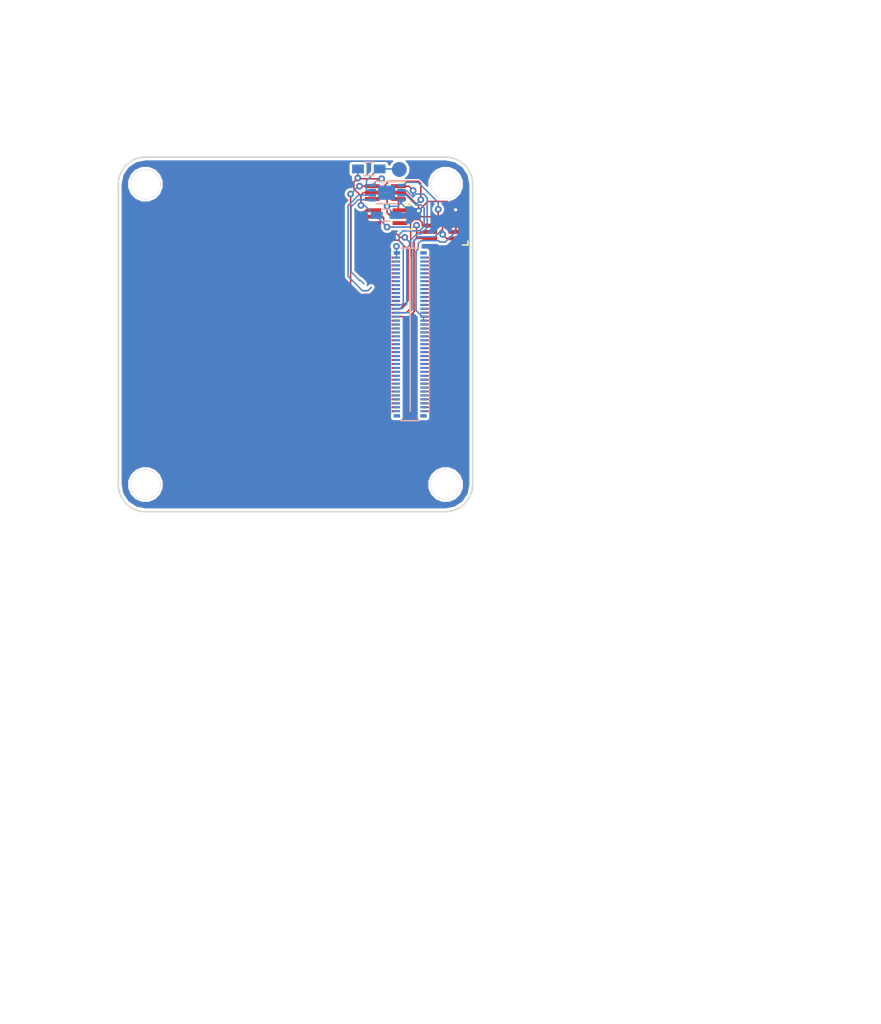
<source format=kicad_pcb>
(kicad_pcb (version 4) (host pcbnew "(2015-11-03 BZR 6296)-product")

  (general
    (links 19)
    (no_connects 1)
    (area 129.924999 89.924999 166.075001 126.075001)
    (thickness 1.6)
    (drawings 25)
    (tracks 236)
    (zones 0)
    (modules 13)
    (nets 12)
  )

  (page A4)
  (layers
    (0 F.Cu signal)
    (31 B.Cu signal)
    (32 B.Adhes user)
    (33 F.Adhes user)
    (34 B.Paste user)
    (35 F.Paste user)
    (36 B.SilkS user)
    (37 F.SilkS user)
    (38 B.Mask user)
    (39 F.Mask user)
    (40 Dwgs.User user)
    (41 Cmts.User user)
    (42 Eco1.User user)
    (43 Eco2.User user)
    (44 Edge.Cuts user)
    (45 Margin user)
    (46 B.CrtYd user)
    (47 F.CrtYd user)
    (48 B.Fab user)
    (49 F.Fab user)
  )

  (setup
    (last_trace_width 0.1524)
    (trace_clearance 0.1524)
    (zone_clearance 0.508)
    (zone_45_only no)
    (trace_min 0.1524)
    (segment_width 0.2)
    (edge_width 0.15)
    (via_size 0.6858)
    (via_drill 0.3302)
    (via_min_size 0.6858)
    (via_min_drill 0.3302)
    (uvia_size 0.3)
    (uvia_drill 0.1)
    (uvias_allowed no)
    (uvia_min_size 0.2)
    (uvia_min_drill 0.1)
    (pcb_text_width 0.3)
    (pcb_text_size 1.5 1.5)
    (mod_edge_width 0.15)
    (mod_text_size 1 1)
    (mod_text_width 0.15)
    (pad_size 1.524 1.524)
    (pad_drill 0.762)
    (pad_to_mask_clearance 0.2)
    (aux_axis_origin 0 0)
    (visible_elements FFFFFF7F)
    (pcbplotparams
      (layerselection 0x00030_80000001)
      (usegerberextensions false)
      (excludeedgelayer true)
      (linewidth 0.100000)
      (plotframeref false)
      (viasonmask false)
      (mode 1)
      (useauxorigin false)
      (hpglpennumber 1)
      (hpglpenspeed 20)
      (hpglpendiameter 15)
      (hpglpenoverlay 2)
      (psnegative false)
      (psa4output false)
      (plotreference true)
      (plotvalue true)
      (plotinvisibletext false)
      (padsonsilk false)
      (subtractmaskfromsilk false)
      (outputformat 1)
      (mirror false)
      (drillshape 1)
      (scaleselection 1)
      (outputdirectory ""))
  )

  (net 0 "")
  (net 1 /ExpansionPort/HEIGHT_1)
  (net 2 GNDPWR)
  (net 3 /ExpansionPort/HEIGHT_2)
  (net 4 /ExpansionPort/NEW_HEIGHT_4)
  (net 5 /ExpansionPort/3V3_0.3A_LL)
  (net 6 /ExpansionPort/HEIGHT_4)
  (net 7 /ExpansionPort/i2c_SDA)
  (net 8 /ExpansionPort/i2c_SCL)
  (net 9 "Net-(PORT_IC1-Pad7)")
  (net 10 /ExpansionPort/NEW_HEIGHT_1)
  (net 11 /ExpansionPort/NEW_HEIGHT_2)

  (net_class Default "This is the default net class."
    (clearance 0.1524)
    (trace_width 0.1524)
    (via_dia 0.6858)
    (via_drill 0.3302)
    (uvia_dia 0.3)
    (uvia_drill 0.1)
    (add_net /ExpansionPort/3V3_0.3A_LL)
    (add_net /ExpansionPort/HEIGHT_1)
    (add_net /ExpansionPort/HEIGHT_2)
    (add_net /ExpansionPort/HEIGHT_4)
    (add_net /ExpansionPort/NEW_HEIGHT_1)
    (add_net /ExpansionPort/NEW_HEIGHT_2)
    (add_net /ExpansionPort/NEW_HEIGHT_4)
    (add_net /ExpansionPort/i2c_SCL)
    (add_net /ExpansionPort/i2c_SDA)
    (add_net GNDPWR)
    (add_net "Net-(PORT_IC1-Pad7)")
  )

  (module DF40-80pin-Header (layer B.Cu) (tedit 56414F24) (tstamp 5645E7C5)
    (at 159.65 108)
    (fp_text reference PORT_IN1 (at 0.05 -10.2) (layer B.SilkS) hide
      (effects (font (size 1 1) (thickness 0.15)) (justify mirror))
    )
    (fp_text value DF40-80pin-Header (at -2.99 0.72 90) (layer B.Fab) hide
      (effects (font (size 1 1) (thickness 0.15)) (justify mirror))
    )
    (fp_line (start -0.925 -8.76) (end 0.925 -8.76) (layer B.SilkS) (width 0.15))
    (fp_line (start -0.925 8.76) (end 0.925 8.76) (layer B.SilkS) (width 0.15))
    (fp_line (start 0 7.8) (end 0 -7.8) (layer B.SilkS) (width 0.15))
    (pad 80 smd rect (at 1.355 7.8) (size 0.66 0.23) (layers B.Cu B.Paste B.Mask))
    (pad 40 smd rect (at -1.355 7.8) (size 0.66 0.23) (layers B.Cu B.Paste B.Mask))
    (pad 41 smd rect (at 1.355 -7.8) (size 0.66 0.23) (layers B.Cu B.Paste B.Mask))
    (pad 1 smd rect (at -1.355 -7.8) (size 0.66 0.23) (layers B.Cu B.Paste B.Mask))
    (pad 79 smd rect (at 1.355 7.4) (size 0.66 0.23) (layers B.Cu B.Paste B.Mask))
    (pad 78 smd rect (at 1.355 7) (size 0.66 0.23) (layers B.Cu B.Paste B.Mask))
    (pad 77 smd rect (at 1.355 6.6) (size 0.66 0.23) (layers B.Cu B.Paste B.Mask))
    (pad 76 smd rect (at 1.355 6.2) (size 0.66 0.23) (layers B.Cu B.Paste B.Mask))
    (pad 75 smd rect (at 1.355 5.8) (size 0.66 0.23) (layers B.Cu B.Paste B.Mask))
    (pad 74 smd rect (at 1.355 5.4) (size 0.66 0.23) (layers B.Cu B.Paste B.Mask))
    (pad 73 smd rect (at 1.355 5) (size 0.66 0.23) (layers B.Cu B.Paste B.Mask))
    (pad 72 smd rect (at 1.355 4.6) (size 0.66 0.23) (layers B.Cu B.Paste B.Mask))
    (pad 71 smd rect (at 1.355 4.2) (size 0.66 0.23) (layers B.Cu B.Paste B.Mask))
    (pad 70 smd rect (at 1.355 3.8) (size 0.66 0.23) (layers B.Cu B.Paste B.Mask))
    (pad 69 smd rect (at 1.355 3.4) (size 0.66 0.23) (layers B.Cu B.Paste B.Mask))
    (pad 68 smd rect (at 1.355 3) (size 0.66 0.23) (layers B.Cu B.Paste B.Mask))
    (pad 67 smd rect (at 1.355 2.6) (size 0.66 0.23) (layers B.Cu B.Paste B.Mask))
    (pad 66 smd rect (at 1.355 2.2) (size 0.66 0.23) (layers B.Cu B.Paste B.Mask))
    (pad 65 smd rect (at 1.355 1.8) (size 0.66 0.23) (layers B.Cu B.Paste B.Mask))
    (pad 64 smd rect (at 1.355 1.4) (size 0.66 0.23) (layers B.Cu B.Paste B.Mask))
    (pad 63 smd rect (at 1.355 1) (size 0.66 0.23) (layers B.Cu B.Paste B.Mask))
    (pad 62 smd rect (at 1.355 0.6) (size 0.66 0.23) (layers B.Cu B.Paste B.Mask))
    (pad 61 smd rect (at 1.355 0.2) (size 0.66 0.23) (layers B.Cu B.Paste B.Mask))
    (pad 60 smd rect (at 1.355 -0.2) (size 0.66 0.23) (layers B.Cu B.Paste B.Mask))
    (pad 59 smd rect (at 1.355 -0.6) (size 0.66 0.23) (layers B.Cu B.Paste B.Mask))
    (pad 58 smd rect (at 1.355 -1) (size 0.66 0.23) (layers B.Cu B.Paste B.Mask))
    (pad 57 smd rect (at 1.355 -1.4) (size 0.66 0.23) (layers B.Cu B.Paste B.Mask))
    (pad 56 smd rect (at 1.355 -1.8) (size 0.66 0.23) (layers B.Cu B.Paste B.Mask))
    (pad 55 smd rect (at 1.355 -2.2) (size 0.66 0.23) (layers B.Cu B.Paste B.Mask))
    (pad 54 smd rect (at 1.355 -2.6) (size 0.66 0.23) (layers B.Cu B.Paste B.Mask))
    (pad 53 smd rect (at 1.355 -3) (size 0.66 0.23) (layers B.Cu B.Paste B.Mask))
    (pad 52 smd rect (at 1.355 -3.4) (size 0.66 0.23) (layers B.Cu B.Paste B.Mask))
    (pad 51 smd rect (at 1.355 -3.8) (size 0.66 0.23) (layers B.Cu B.Paste B.Mask))
    (pad 50 smd rect (at 1.355 -4.2) (size 0.66 0.23) (layers B.Cu B.Paste B.Mask))
    (pad 49 smd rect (at 1.355 -4.6) (size 0.66 0.23) (layers B.Cu B.Paste B.Mask))
    (pad 48 smd rect (at 1.355 -5) (size 0.66 0.23) (layers B.Cu B.Paste B.Mask))
    (pad 47 smd rect (at 1.355 -5.4) (size 0.66 0.23) (layers B.Cu B.Paste B.Mask))
    (pad 46 smd rect (at 1.355 -5.8) (size 0.66 0.23) (layers B.Cu B.Paste B.Mask))
    (pad 45 smd rect (at 1.355 -6.2) (size 0.66 0.23) (layers B.Cu B.Paste B.Mask))
    (pad 44 smd rect (at 1.355 -6.6) (size 0.66 0.23) (layers B.Cu B.Paste B.Mask))
    (pad 43 smd rect (at 1.355 -7) (size 0.66 0.23) (layers B.Cu B.Paste B.Mask))
    (pad 42 smd rect (at 1.355 -7.4) (size 0.66 0.23) (layers B.Cu B.Paste B.Mask))
    (pad 41 smd rect (at 1.355 -8.2) (size 0.66 0.35) (drill (offset 0 -0.075)) (layers B.Cu B.Paste B.Mask))
    (pad 1 smd rect (at -1.355 -8.2) (size 0.66 0.35) (drill (offset 0 -0.075)) (layers B.Cu B.Paste B.Mask))
    (pad 80 smd rect (at 1.355 8.2) (size 0.66 0.35) (drill (offset 0 0.075)) (layers B.Cu B.Paste B.Mask))
    (pad 40 smd rect (at -1.355 8.2) (size 0.66 0.35) (drill (offset 0 0.075)) (layers B.Cu B.Paste B.Mask))
    (pad 2 smd rect (at -1.355 -7.4) (size 0.66 0.23) (layers B.Cu B.Paste B.Mask))
    (pad 3 smd rect (at -1.355 -7) (size 0.66 0.23) (layers B.Cu B.Paste B.Mask))
    (pad 4 smd rect (at -1.355 -6.6) (size 0.66 0.23) (layers B.Cu B.Paste B.Mask))
    (pad 5 smd rect (at -1.355 -6.2) (size 0.66 0.23) (layers B.Cu B.Paste B.Mask))
    (pad 6 smd rect (at -1.355 -5.8) (size 0.66 0.23) (layers B.Cu B.Paste B.Mask))
    (pad 7 smd rect (at -1.355 -5.4) (size 0.66 0.23) (layers B.Cu B.Paste B.Mask))
    (pad 8 smd rect (at -1.355 -5) (size 0.66 0.23) (layers B.Cu B.Paste B.Mask))
    (pad 9 smd rect (at -1.355 -4.6) (size 0.66 0.23) (layers B.Cu B.Paste B.Mask))
    (pad 10 smd rect (at -1.355 -4.2) (size 0.66 0.23) (layers B.Cu B.Paste B.Mask))
    (pad 11 smd rect (at -1.355 -3.8) (size 0.66 0.23) (layers B.Cu B.Paste B.Mask))
    (pad 12 smd rect (at -1.355 -3.4) (size 0.66 0.23) (layers B.Cu B.Paste B.Mask))
    (pad 13 smd rect (at -1.355 -3) (size 0.66 0.23) (layers B.Cu B.Paste B.Mask))
    (pad 14 smd rect (at -1.355 -2.6) (size 0.66 0.23) (layers B.Cu B.Paste B.Mask))
    (pad 15 smd rect (at -1.355 -2.2) (size 0.66 0.23) (layers B.Cu B.Paste B.Mask))
    (pad 16 smd rect (at -1.355 -1.8) (size 0.66 0.23) (layers B.Cu B.Paste B.Mask))
    (pad 17 smd rect (at -1.355 -1.4) (size 0.66 0.23) (layers B.Cu B.Paste B.Mask))
    (pad 18 smd rect (at -1.355 -1) (size 0.66 0.23) (layers B.Cu B.Paste B.Mask))
    (pad 19 smd rect (at -1.355 -0.6) (size 0.66 0.23) (layers B.Cu B.Paste B.Mask))
    (pad 20 smd rect (at -1.355 -0.2) (size 0.66 0.23) (layers B.Cu B.Paste B.Mask))
    (pad 21 smd rect (at -1.355 0.2) (size 0.66 0.23) (layers B.Cu B.Paste B.Mask))
    (pad 22 smd rect (at -1.355 0.6) (size 0.66 0.23) (layers B.Cu B.Paste B.Mask))
    (pad 23 smd rect (at -1.355 1) (size 0.66 0.23) (layers B.Cu B.Paste B.Mask))
    (pad 24 smd rect (at -1.355 1.4) (size 0.66 0.23) (layers B.Cu B.Paste B.Mask))
    (pad 25 smd rect (at -1.355 1.8) (size 0.66 0.23) (layers B.Cu B.Paste B.Mask))
    (pad 26 smd rect (at -1.355 2.2) (size 0.66 0.23) (layers B.Cu B.Paste B.Mask))
    (pad 27 smd rect (at -1.355 2.6) (size 0.66 0.23) (layers B.Cu B.Paste B.Mask))
    (pad 28 smd rect (at -1.355 3) (size 0.66 0.23) (layers B.Cu B.Paste B.Mask))
    (pad 29 smd rect (at -1.355 3.4) (size 0.66 0.23) (layers B.Cu B.Paste B.Mask))
    (pad 30 smd rect (at -1.355 3.8) (size 0.66 0.23) (layers B.Cu B.Paste B.Mask))
    (pad 31 smd rect (at -1.355 4.2) (size 0.66 0.23) (layers B.Cu B.Paste B.Mask))
    (pad 32 smd rect (at -1.355 4.6) (size 0.66 0.23) (layers B.Cu B.Paste B.Mask))
    (pad 33 smd rect (at -1.355 5) (size 0.66 0.23) (layers B.Cu B.Paste B.Mask))
    (pad 34 smd rect (at -1.355 5.4) (size 0.66 0.23) (layers B.Cu B.Paste B.Mask))
    (pad 35 smd rect (at -1.355 5.8) (size 0.66 0.23) (layers B.Cu B.Paste B.Mask))
    (pad 36 smd rect (at -1.355 6.2) (size 0.66 0.23) (layers B.Cu B.Paste B.Mask))
    (pad 37 smd rect (at -1.355 6.6) (size 0.66 0.23) (layers B.Cu B.Paste B.Mask))
    (pad 38 smd rect (at -1.355 7) (size 0.66 0.23) (layers B.Cu B.Paste B.Mask))
    (pad 39 smd rect (at -1.355 7.4) (size 0.66 0.23) (layers B.Cu B.Paste B.Mask))
  )

  (module DF40-3-4mm-80pin-Receptacle (layer F.Cu) (tedit 56414DE1) (tstamp 563935BD)
    (at 159.65 108)
    (fp_text reference PORT_OUT1 (at 0 -10.2) (layer F.SilkS) hide
      (effects (font (size 1 1) (thickness 0.15)))
    )
    (fp_text value DF40-3-4mm-80pin-Receptacle (at 3.87 -0.52 90) (layer F.Fab) hide
      (effects (font (size 1 1) (thickness 0.15)))
    )
    (fp_line (start -0.49 7.875) (end 0.49 7.875) (layer F.Fab) (width 0.15))
    (fp_line (start -1.47 9.2) (end 1.47 9.2) (layer F.Fab) (width 0.15))
    (fp_line (start -1.47 -9.4) (end 1.47 -9.4) (layer F.Fab) (width 0.15))
    (fp_line (start -0.49 -7.825) (end 0.49 -7.825) (layer F.Fab) (width 0.15))
    (pad 41 smd rect (at 1.54 -7.8) (size 0.7 0.2) (layers F.Cu F.Paste F.Mask))
    (pad 42 smd rect (at 1.54 -7.4) (size 0.7 0.2) (layers F.Cu F.Paste F.Mask))
    (pad 43 smd rect (at 1.54 -7) (size 0.7 0.2) (layers F.Cu F.Paste F.Mask))
    (pad 44 smd rect (at 1.54 -6.6) (size 0.7 0.2) (layers F.Cu F.Paste F.Mask))
    (pad 45 smd rect (at 1.54 -6.2) (size 0.7 0.2) (layers F.Cu F.Paste F.Mask))
    (pad 46 smd rect (at 1.54 -5.8) (size 0.7 0.2) (layers F.Cu F.Paste F.Mask))
    (pad 47 smd rect (at 1.54 -5.4) (size 0.7 0.2) (layers F.Cu F.Paste F.Mask))
    (pad 48 smd rect (at 1.54 -5) (size 0.7 0.2) (layers F.Cu F.Paste F.Mask))
    (pad 49 smd rect (at 1.54 -4.6) (size 0.7 0.2) (layers F.Cu F.Paste F.Mask))
    (pad 50 smd rect (at 1.54 -4.2) (size 0.7 0.2) (layers F.Cu F.Paste F.Mask))
    (pad 60 smd rect (at 1.54 -0.2) (size 0.7 0.2) (layers F.Cu F.Paste F.Mask))
    (pad 59 smd rect (at 1.54 -0.6) (size 0.7 0.2) (layers F.Cu F.Paste F.Mask))
    (pad 58 smd rect (at 1.54 -1) (size 0.7 0.2) (layers F.Cu F.Paste F.Mask))
    (pad 57 smd rect (at 1.54 -1.4) (size 0.7 0.2) (layers F.Cu F.Paste F.Mask))
    (pad 56 smd rect (at 1.54 -1.8) (size 0.7 0.2) (layers F.Cu F.Paste F.Mask))
    (pad 55 smd rect (at 1.54 -2.2) (size 0.7 0.2) (layers F.Cu F.Paste F.Mask))
    (pad 54 smd rect (at 1.54 -2.6) (size 0.7 0.2) (layers F.Cu F.Paste F.Mask))
    (pad 53 smd rect (at 1.54 -3) (size 0.7 0.2) (layers F.Cu F.Paste F.Mask))
    (pad 52 smd rect (at 1.54 -3.4) (size 0.7 0.2) (layers F.Cu F.Paste F.Mask))
    (pad 51 smd rect (at 1.54 -3.8) (size 0.7 0.2) (layers F.Cu F.Paste F.Mask))
    (pad 61 smd rect (at 1.54 0.2) (size 0.7 0.2) (layers F.Cu F.Paste F.Mask))
    (pad 62 smd rect (at 1.54 0.6) (size 0.7 0.2) (layers F.Cu F.Paste F.Mask))
    (pad 63 smd rect (at 1.54 1) (size 0.7 0.2) (layers F.Cu F.Paste F.Mask))
    (pad 64 smd rect (at 1.54 1.4) (size 0.7 0.2) (layers F.Cu F.Paste F.Mask))
    (pad 65 smd rect (at 1.54 1.8) (size 0.7 0.2) (layers F.Cu F.Paste F.Mask))
    (pad 66 smd rect (at 1.54 2.2) (size 0.7 0.2) (layers F.Cu F.Paste F.Mask))
    (pad 67 smd rect (at 1.54 2.6) (size 0.7 0.2) (layers F.Cu F.Paste F.Mask))
    (pad 68 smd rect (at 1.54 3) (size 0.7 0.2) (layers F.Cu F.Paste F.Mask))
    (pad 69 smd rect (at 1.54 3.4) (size 0.7 0.2) (layers F.Cu F.Paste F.Mask))
    (pad 70 smd rect (at 1.54 3.8) (size 0.7 0.2) (layers F.Cu F.Paste F.Mask))
    (pad 80 smd rect (at 1.54 7.8) (size 0.7 0.2) (layers F.Cu F.Paste F.Mask))
    (pad 79 smd rect (at 1.54 7.4) (size 0.7 0.2) (layers F.Cu F.Paste F.Mask))
    (pad 78 smd rect (at 1.54 7) (size 0.7 0.2) (layers F.Cu F.Paste F.Mask))
    (pad 77 smd rect (at 1.54 6.6) (size 0.7 0.2) (layers F.Cu F.Paste F.Mask))
    (pad 76 smd rect (at 1.54 6.2) (size 0.7 0.2) (layers F.Cu F.Paste F.Mask))
    (pad 75 smd rect (at 1.54 5.8) (size 0.7 0.2) (layers F.Cu F.Paste F.Mask))
    (pad 74 smd rect (at 1.54 5.4) (size 0.7 0.2) (layers F.Cu F.Paste F.Mask))
    (pad 73 smd rect (at 1.54 5) (size 0.7 0.2) (layers F.Cu F.Paste F.Mask))
    (pad 72 smd rect (at 1.54 4.6) (size 0.7 0.2) (layers F.Cu F.Paste F.Mask))
    (pad 71 smd rect (at 1.54 4.2) (size 0.7 0.2) (layers F.Cu F.Paste F.Mask))
    (pad 31 smd rect (at -1.54 4.2) (size 0.7 0.2) (layers F.Cu F.Paste F.Mask))
    (pad 32 smd rect (at -1.54 4.6) (size 0.7 0.2) (layers F.Cu F.Paste F.Mask))
    (pad 33 smd rect (at -1.54 5) (size 0.7 0.2) (layers F.Cu F.Paste F.Mask))
    (pad 34 smd rect (at -1.54 5.4) (size 0.7 0.2) (layers F.Cu F.Paste F.Mask))
    (pad 35 smd rect (at -1.54 5.8) (size 0.7 0.2) (layers F.Cu F.Paste F.Mask))
    (pad 36 smd rect (at -1.54 6.2) (size 0.7 0.2) (layers F.Cu F.Paste F.Mask))
    (pad 37 smd rect (at -1.54 6.6) (size 0.7 0.2) (layers F.Cu F.Paste F.Mask))
    (pad 38 smd rect (at -1.54 7) (size 0.7 0.2) (layers F.Cu F.Paste F.Mask))
    (pad 39 smd rect (at -1.54 7.4) (size 0.7 0.2) (layers F.Cu F.Paste F.Mask))
    (pad 40 smd rect (at -1.54 7.8) (size 0.7 0.2) (layers F.Cu F.Paste F.Mask))
    (pad 30 smd rect (at -1.54 3.8) (size 0.7 0.2) (layers F.Cu F.Paste F.Mask))
    (pad 29 smd rect (at -1.54 3.4) (size 0.7 0.2) (layers F.Cu F.Paste F.Mask))
    (pad 28 smd rect (at -1.54 3) (size 0.7 0.2) (layers F.Cu F.Paste F.Mask))
    (pad 27 smd rect (at -1.54 2.6) (size 0.7 0.2) (layers F.Cu F.Paste F.Mask))
    (pad 26 smd rect (at -1.54 2.2) (size 0.7 0.2) (layers F.Cu F.Paste F.Mask))
    (pad 25 smd rect (at -1.54 1.8) (size 0.7 0.2) (layers F.Cu F.Paste F.Mask))
    (pad 24 smd rect (at -1.54 1.4) (size 0.7 0.2) (layers F.Cu F.Paste F.Mask))
    (pad 23 smd rect (at -1.54 1) (size 0.7 0.2) (layers F.Cu F.Paste F.Mask))
    (pad 22 smd rect (at -1.54 0.6) (size 0.7 0.2) (layers F.Cu F.Paste F.Mask))
    (pad 21 smd rect (at -1.54 0.2) (size 0.7 0.2) (layers F.Cu F.Paste F.Mask))
    (pad 11 smd rect (at -1.54 -3.8) (size 0.7 0.2) (layers F.Cu F.Paste F.Mask))
    (pad 12 smd rect (at -1.54 -3.4) (size 0.7 0.2) (layers F.Cu F.Paste F.Mask))
    (pad 13 smd rect (at -1.54 -3) (size 0.7 0.2) (layers F.Cu F.Paste F.Mask))
    (pad 14 smd rect (at -1.54 -2.6) (size 0.7 0.2) (layers F.Cu F.Paste F.Mask))
    (pad 15 smd rect (at -1.54 -2.2) (size 0.7 0.2) (layers F.Cu F.Paste F.Mask))
    (pad 16 smd rect (at -1.54 -1.8) (size 0.7 0.2) (layers F.Cu F.Paste F.Mask))
    (pad 17 smd rect (at -1.54 -1.4) (size 0.7 0.2) (layers F.Cu F.Paste F.Mask))
    (pad 18 smd rect (at -1.54 -1) (size 0.7 0.2) (layers F.Cu F.Paste F.Mask))
    (pad 19 smd rect (at -1.54 -0.6) (size 0.7 0.2) (layers F.Cu F.Paste F.Mask))
    (pad 20 smd rect (at -1.54 -0.2) (size 0.7 0.2) (layers F.Cu F.Paste F.Mask))
    (pad 10 smd rect (at -1.54 -4.2) (size 0.7 0.2) (layers F.Cu F.Paste F.Mask))
    (pad 9 smd rect (at -1.54 -4.6) (size 0.7 0.2) (layers F.Cu F.Paste F.Mask))
    (pad 8 smd rect (at -1.54 -5) (size 0.7 0.2) (layers F.Cu F.Paste F.Mask))
    (pad 7 smd rect (at -1.54 -5.4) (size 0.7 0.2) (layers F.Cu F.Paste F.Mask))
    (pad 6 smd rect (at -1.54 -5.8) (size 0.7 0.2) (layers F.Cu F.Paste F.Mask))
    (pad 5 smd rect (at -1.54 -6.2) (size 0.7 0.2) (layers F.Cu F.Paste F.Mask))
    (pad 4 smd rect (at -1.54 -6.6) (size 0.7 0.2) (layers F.Cu F.Paste F.Mask))
    (pad 3 smd rect (at -1.54 -7) (size 0.7 0.2) (layers F.Cu F.Paste F.Mask))
    (pad 2 smd rect (at -1.54 -7.4) (size 0.7 0.2) (layers F.Cu F.Paste F.Mask))
    (pad 1 smd rect (at -1.54 -7.8) (size 0.7 0.2) (layers F.Cu F.Paste F.Mask))
  )

  (module Mounting_Holes:MountingHole_3mm locked (layer F.Cu) (tedit 5640F1E2) (tstamp 5637D813)
    (at 163.25 123.25)
    (descr "Mounting hole, Befestigungsbohrung, 3mm, No Annular, Kein Restring,")
    (tags "Mounting hole, Befestigungsbohrung, 3mm, No Annular, Kein Restring,")
    (fp_text reference REF** (at 0 -4.0005) (layer F.SilkS) hide
      (effects (font (size 1 1) (thickness 0.15)))
    )
    (fp_text value MountingHole_3mm (at 1.00076 5.00126) (layer F.Fab) hide
      (effects (font (size 1 1) (thickness 0.15)))
    )
    (fp_circle (center 0 0) (end 3 0) (layer Cmts.User) (width 0.381))
    (pad 1 thru_hole circle (at 0 0) (size 3 3) (drill 3) (layers))
  )

  (module Mounting_Holes:MountingHole_3mm locked (layer F.Cu) (tedit 5640F1DE) (tstamp 5637D80D)
    (at 132.75 123.25)
    (descr "Mounting hole, Befestigungsbohrung, 3mm, No Annular, Kein Restring,")
    (tags "Mounting hole, Befestigungsbohrung, 3mm, No Annular, Kein Restring,")
    (fp_text reference REF** (at 0 -4.0005) (layer F.SilkS) hide
      (effects (font (size 1 1) (thickness 0.15)))
    )
    (fp_text value MountingHole_3mm (at 1.00076 5.00126) (layer F.Fab) hide
      (effects (font (size 1 1) (thickness 0.15)))
    )
    (fp_circle (center 0 0) (end 3 0) (layer Cmts.User) (width 0.381))
    (pad 1 thru_hole circle (at 0 0) (size 3 3) (drill 3) (layers))
  )

  (module Mounting_Holes:MountingHole_3mm locked (layer F.Cu) (tedit 5640F1E9) (tstamp 5637D807)
    (at 132.75 92.75)
    (descr "Mounting hole, Befestigungsbohrung, 3mm, No Annular, Kein Restring,")
    (tags "Mounting hole, Befestigungsbohrung, 3mm, No Annular, Kein Restring,")
    (fp_text reference REF** (at 0 -4.0005) (layer F.SilkS) hide
      (effects (font (size 1 1) (thickness 0.15)))
    )
    (fp_text value MountingHole_3mm (at 1.00076 5.00126) (layer F.Fab) hide
      (effects (font (size 1 1) (thickness 0.15)))
    )
    (fp_circle (center 0 0) (end 3 0) (layer Cmts.User) (width 0.381))
    (pad 1 thru_hole circle (at 0 0) (size 3 3) (drill 3) (layers))
  )

  (module Mounting_Holes:MountingHole_3mm locked (layer F.Cu) (tedit 5640F1EF) (tstamp 56251307)
    (at 163.25 92.75)
    (descr "Mounting hole, Befestigungsbohrung, 3mm, No Annular, Kein Restring,")
    (tags "Mounting hole, Befestigungsbohrung, 3mm, No Annular, Kein Restring,")
    (fp_text reference REF** (at 0 -4.0005) (layer F.SilkS) hide
      (effects (font (size 1 1) (thickness 0.15)))
    )
    (fp_text value MountingHole_3mm (at 1.00076 5.00126) (layer F.Fab) hide
      (effects (font (size 1 1) (thickness 0.15)))
    )
    (fp_circle (center 0 0) (end 3 0) (layer Cmts.User) (width 0.381))
    (pad 1 thru_hole circle (at 0 0) (size 3 3) (drill 3) (layers))
  )

  (module Housings_SOT-23_SOT-143_TSOT-6:SC-70-6_Handsoldering (layer F.Cu) (tedit 56414E77) (tstamp 56461034)
    (at 157.13096 93.59976 90)
    (descr "SC-70-6, Handsoldering,")
    (tags "SC-70-6, Handsoldering,")
    (path /564009DE/564017F8)
    (attr smd)
    (fp_text reference PORT_ANDOR1 (at -0.02032 -3.98018 90) (layer F.SilkS) hide
      (effects (font (size 1 1) (thickness 0.15)))
    )
    (fp_text value SN74LVC1G0832 (at -0.23876 4.11988 90) (layer F.Fab) hide
      (effects (font (size 1 1) (thickness 0.15)))
    )
    (fp_line (start -1.3208 1.97866) (end -1.3208 2.54762) (layer F.SilkS) (width 0.15))
    (fp_line (start -1.3208 2.54762) (end -0.90932 2.54762) (layer F.SilkS) (width 0.15))
    (pad 1 smd rect (at -0.65024 1.33096 90) (size 0.39878 1.50114) (layers F.Cu F.Paste F.Mask)
      (net 1 /ExpansionPort/HEIGHT_1))
    (pad 2 smd rect (at 0 1.33096 90) (size 0.39878 1.50114) (layers F.Cu F.Paste F.Mask)
      (net 2 GNDPWR))
    (pad 3 smd rect (at 0.65024 1.33096 90) (size 0.39878 1.50114) (layers F.Cu F.Paste F.Mask)
      (net 3 /ExpansionPort/HEIGHT_2))
    (pad 4 smd rect (at 0.65024 -1.33096 90) (size 0.39878 1.50114) (layers F.Cu F.Paste F.Mask)
      (net 4 /ExpansionPort/NEW_HEIGHT_4))
    (pad 5 smd rect (at 0 -1.33096 90) (size 0.39878 1.50114) (layers F.Cu F.Paste F.Mask)
      (net 5 /ExpansionPort/3V3_0.3A_LL))
    (pad 6 smd rect (at -0.65024 -1.33096 90) (size 0.39878 1.50114) (layers F.Cu F.Paste F.Mask)
      (net 6 /ExpansionPort/HEIGHT_4))
    (model Housings_SOT-23_SOT-143_TSOT-6.3dshapes/SC-70-6_Handsoldering.wrl
      (at (xyz 0 0 0))
      (scale (xyz 1 1 1))
      (rotate (xyz 0 0 0))
    )
  )

  (module Capacitors_SMD:C_0603_HandSoldering (layer B.Cu) (tedit 56414ECE) (tstamp 56461040)
    (at 157.2 95.9)
    (descr "Capacitor SMD 0603, hand soldering")
    (tags "capacitor 0603")
    (path /564009DE/564029BB)
    (attr smd)
    (fp_text reference PORT_C1 (at 0 1.9) (layer B.SilkS) hide
      (effects (font (size 1 1) (thickness 0.15)) (justify mirror))
    )
    (fp_text value 0.1uF (at 0 -1.9) (layer B.Fab) hide
      (effects (font (size 1 1) (thickness 0.15)) (justify mirror))
    )
    (fp_line (start -1.85 0.75) (end 1.85 0.75) (layer B.CrtYd) (width 0.05))
    (fp_line (start -1.85 -0.75) (end 1.85 -0.75) (layer B.CrtYd) (width 0.05))
    (fp_line (start -1.85 0.75) (end -1.85 -0.75) (layer B.CrtYd) (width 0.05))
    (fp_line (start 1.85 0.75) (end 1.85 -0.75) (layer B.CrtYd) (width 0.05))
    (fp_line (start -0.35 0.6) (end 0.35 0.6) (layer B.SilkS) (width 0.15))
    (fp_line (start 0.35 -0.6) (end -0.35 -0.6) (layer B.SilkS) (width 0.15))
    (pad 1 smd rect (at -0.95 0) (size 1.2 0.75) (layers B.Cu B.Paste B.Mask)
      (net 5 /ExpansionPort/3V3_0.3A_LL))
    (pad 2 smd rect (at 0.95 0) (size 1.2 0.75) (layers B.Cu B.Paste B.Mask)
      (net 2 GNDPWR))
    (model Capacitors_SMD.3dshapes/C_0603_HandSoldering.wrl
      (at (xyz 0 0 0))
      (scale (xyz 1 1 1))
      (rotate (xyz 0 0 0))
    )
  )

  (module Housings_DFN_QFN:DFN-8-1EP_3x2mm_Pitch0.5mm (layer B.Cu) (tedit 56414E71) (tstamp 56461056)
    (at 157.2625 93.6125 180)
    (descr "8-Lead Plastic Dual Flat, No Lead Package (MC) - 2x3x0.9 mm Body [DFN] (see Microchip Packaging Specification 00000049BS.pdf)")
    (tags "DFN 0.5")
    (path /564009DE/564013BD)
    (attr smd)
    (fp_text reference PORT_IC1 (at 0 2.05 180) (layer B.SilkS) hide
      (effects (font (size 1 1) (thickness 0.15)) (justify mirror))
    )
    (fp_text value AT24CS02-MAHM (at 0 -2.05 180) (layer B.Fab) hide
      (effects (font (size 1 1) (thickness 0.15)) (justify mirror))
    )
    (fp_line (start -2.1 1.3) (end -2.1 -1.3) (layer B.CrtYd) (width 0.05))
    (fp_line (start 2.1 1.3) (end 2.1 -1.3) (layer B.CrtYd) (width 0.05))
    (fp_line (start -2.1 1.3) (end 2.1 1.3) (layer B.CrtYd) (width 0.05))
    (fp_line (start -2.1 -1.3) (end 2.1 -1.3) (layer B.CrtYd) (width 0.05))
    (fp_line (start -1.075 -1.125) (end 1.075 -1.125) (layer B.SilkS) (width 0.15))
    (fp_line (start -1.9 1.125) (end 1.075 1.125) (layer B.SilkS) (width 0.15))
    (pad 1 smd rect (at -1.45 0.75 180) (size 0.75 0.3) (layers B.Cu B.Paste B.Mask)
      (net 1 /ExpansionPort/HEIGHT_1))
    (pad 2 smd rect (at -1.45 0.25 180) (size 0.75 0.3) (layers B.Cu B.Paste B.Mask)
      (net 3 /ExpansionPort/HEIGHT_2))
    (pad 3 smd rect (at -1.45 -0.25 180) (size 0.75 0.3) (layers B.Cu B.Paste B.Mask)
      (net 6 /ExpansionPort/HEIGHT_4))
    (pad 4 smd rect (at -1.45 -0.75 180) (size 0.75 0.3) (layers B.Cu B.Paste B.Mask)
      (net 2 GNDPWR))
    (pad 5 smd rect (at 1.45 -0.75 180) (size 0.75 0.3) (layers B.Cu B.Paste B.Mask)
      (net 7 /ExpansionPort/i2c_SDA))
    (pad 6 smd rect (at 1.45 -0.25 180) (size 0.75 0.3) (layers B.Cu B.Paste B.Mask)
      (net 8 /ExpansionPort/i2c_SCL))
    (pad 7 smd rect (at 1.45 0.25 180) (size 0.75 0.3) (layers B.Cu B.Paste B.Mask)
      (net 9 "Net-(PORT_IC1-Pad7)"))
    (pad 8 smd rect (at 1.45 0.75 180) (size 0.75 0.3) (layers B.Cu B.Paste B.Mask)
      (net 5 /ExpansionPort/3V3_0.3A_LL))
    (pad 9 smd rect (at 0.4375 -0.3625 180) (size 0.875 0.725) (layers B.Cu B.Paste B.Mask)
      (solder_paste_margin_ratio -0.2))
    (pad 9 smd rect (at 0.4375 0.3625 180) (size 0.875 0.725) (layers B.Cu B.Paste B.Mask)
      (solder_paste_margin_ratio -0.2))
    (pad 9 smd rect (at -0.4375 -0.3625 180) (size 0.875 0.725) (layers B.Cu B.Paste B.Mask)
      (solder_paste_margin_ratio -0.2))
    (pad 9 smd rect (at -0.4375 0.3625 180) (size 0.875 0.725) (layers B.Cu B.Paste B.Mask)
      (solder_paste_margin_ratio -0.2))
    (model Housings_DFN_QFN.3dshapes/DFN-8-1EP_3x2mm_Pitch0.5mm.wrl
      (at (xyz 0 0 0))
      (scale (xyz 1 1 1))
      (rotate (xyz 0 0 0))
    )
  )

  (module Housings_SOT-23_SOT-143_TSOT-6:SC-70-6_Handsoldering (layer F.Cu) (tedit 56414E7E) (tstamp 56461062)
    (at 162.96904 97.59976 90)
    (descr "SC-70-6, Handsoldering,")
    (tags "SC-70-6, Handsoldering,")
    (path /564009DE/56401612)
    (attr smd)
    (fp_text reference PORT_INV1 (at -0.02032 -3.98018 90) (layer F.SilkS) hide
      (effects (font (size 1 1) (thickness 0.15)))
    )
    (fp_text value SN74LVC1G58 (at -0.23876 4.11988 90) (layer F.Fab) hide
      (effects (font (size 1 1) (thickness 0.15)))
    )
    (fp_line (start -1.3208 1.97866) (end -1.3208 2.54762) (layer F.SilkS) (width 0.15))
    (fp_line (start -1.3208 2.54762) (end -0.90932 2.54762) (layer F.SilkS) (width 0.15))
    (pad 1 smd rect (at -0.65024 1.33096 90) (size 0.39878 1.50114) (layers F.Cu F.Paste F.Mask)
      (net 1 /ExpansionPort/HEIGHT_1))
    (pad 2 smd rect (at 0 1.33096 90) (size 0.39878 1.50114) (layers F.Cu F.Paste F.Mask)
      (net 2 GNDPWR))
    (pad 3 smd rect (at 0.65024 1.33096 90) (size 0.39878 1.50114) (layers F.Cu F.Paste F.Mask)
      (net 2 GNDPWR))
    (pad 4 smd rect (at 0.65024 -1.33096 90) (size 0.39878 1.50114) (layers F.Cu F.Paste F.Mask)
      (net 10 /ExpansionPort/NEW_HEIGHT_1))
    (pad 5 smd rect (at 0 -1.33096 90) (size 0.39878 1.50114) (layers F.Cu F.Paste F.Mask)
      (net 5 /ExpansionPort/3V3_0.3A_LL))
    (pad 6 smd rect (at -0.65024 -1.33096 90) (size 0.39878 1.50114) (layers F.Cu F.Paste F.Mask)
      (net 5 /ExpansionPort/3V3_0.3A_LL))
    (model Housings_SOT-23_SOT-143_TSOT-6.3dshapes/SC-70-6_Handsoldering.wrl
      (at (xyz 0 0 0))
      (scale (xyz 1 1 1))
      (rotate (xyz 0 0 0))
    )
  )

  (module Resistors_SMD:R_0603_HandSoldering (layer B.Cu) (tedit 56414ED9) (tstamp 5646107B)
    (at 155.45 91.2 180)
    (descr "Resistor SMD 0603, hand soldering")
    (tags "resistor 0603")
    (path /564009DE/5640243A)
    (attr smd)
    (fp_text reference PORT_R1 (at 0 1.9 180) (layer B.SilkS) hide
      (effects (font (size 1 1) (thickness 0.15)) (justify mirror))
    )
    (fp_text value 10k (at 0 -1.9 180) (layer B.Fab) hide
      (effects (font (size 1 1) (thickness 0.15)) (justify mirror))
    )
    (fp_line (start -2 0.8) (end 2 0.8) (layer B.CrtYd) (width 0.05))
    (fp_line (start -2 -0.8) (end 2 -0.8) (layer B.CrtYd) (width 0.05))
    (fp_line (start -2 0.8) (end -2 -0.8) (layer B.CrtYd) (width 0.05))
    (fp_line (start 2 0.8) (end 2 -0.8) (layer B.CrtYd) (width 0.05))
    (fp_line (start 0.5 -0.675) (end -0.5 -0.675) (layer B.SilkS) (width 0.15))
    (fp_line (start -0.5 0.675) (end 0.5 0.675) (layer B.SilkS) (width 0.15))
    (pad 1 smd rect (at -1.1 0 180) (size 1.2 0.9) (layers B.Cu B.Paste B.Mask)
      (net 9 "Net-(PORT_IC1-Pad7)"))
    (pad 2 smd rect (at 1.1 0 180) (size 1.2 0.9) (layers B.Cu B.Paste B.Mask)
      (net 5 /ExpansionPort/3V3_0.3A_LL))
    (model Resistors_SMD.3dshapes/R_0603_HandSoldering.wrl
      (at (xyz 0 0 0))
      (scale (xyz 1 1 1))
      (rotate (xyz 0 0 0))
    )
  )

  (module Housings_SOT-23_SOT-143_TSOT-6:SC-70-6_Handsoldering (layer F.Cu) (tedit 56414E7B) (tstamp 56461087)
    (at 157.28096 96.04976 90)
    (descr "SC-70-6, Handsoldering,")
    (tags "SC-70-6, Handsoldering,")
    (path /564009DE/5640163C)
    (attr smd)
    (fp_text reference PORT_XOR1 (at -0.02032 -3.98018 90) (layer F.SilkS) hide
      (effects (font (size 1 1) (thickness 0.15)))
    )
    (fp_text value SN74LVC1G58 (at -0.23876 4.11988 90) (layer F.Fab) hide
      (effects (font (size 1 1) (thickness 0.15)))
    )
    (fp_line (start -1.3208 1.97866) (end -1.3208 2.54762) (layer F.SilkS) (width 0.15))
    (fp_line (start -1.3208 2.54762) (end -0.90932 2.54762) (layer F.SilkS) (width 0.15))
    (pad 1 smd rect (at -0.65024 1.33096 90) (size 0.39878 1.50114) (layers F.Cu F.Paste F.Mask)
      (net 1 /ExpansionPort/HEIGHT_1))
    (pad 2 smd rect (at 0 1.33096 90) (size 0.39878 1.50114) (layers F.Cu F.Paste F.Mask)
      (net 2 GNDPWR))
    (pad 3 smd rect (at 0.65024 1.33096 90) (size 0.39878 1.50114) (layers F.Cu F.Paste F.Mask)
      (net 1 /ExpansionPort/HEIGHT_1))
    (pad 4 smd rect (at 0.65024 -1.33096 90) (size 0.39878 1.50114) (layers F.Cu F.Paste F.Mask)
      (net 11 /ExpansionPort/NEW_HEIGHT_2))
    (pad 5 smd rect (at 0 -1.33096 90) (size 0.39878 1.50114) (layers F.Cu F.Paste F.Mask)
      (net 5 /ExpansionPort/3V3_0.3A_LL))
    (pad 6 smd rect (at -0.65024 -1.33096 90) (size 0.39878 1.50114) (layers F.Cu F.Paste F.Mask)
      (net 3 /ExpansionPort/HEIGHT_2))
    (model Housings_SOT-23_SOT-143_TSOT-6.3dshapes/SC-70-6_Handsoldering.wrl
      (at (xyz 0 0 0))
      (scale (xyz 1 1 1))
      (rotate (xyz 0 0 0))
    )
  )

  (module Measurement_Points:Measurement_Point_Round-SMD-Pad_Small (layer B.Cu) (tedit 56414E65) (tstamp 56496854)
    (at 158.55 91.25)
    (descr "Mesurement Point, Round, SMD Pad, DM 1.5mm,")
    (tags "Mesurement Point, Round, SMD Pad, DM 1.5mm,")
    (path /564009DE/564024DB)
    (fp_text reference PORT_P1 (at 0 2.54) (layer B.SilkS) hide
      (effects (font (size 1 1) (thickness 0.15)) (justify mirror))
    )
    (fp_text value CONN_01X01 (at 1.27 -2.54) (layer B.Fab) hide
      (effects (font (size 1 1) (thickness 0.15)) (justify mirror))
    )
    (pad 1 smd circle (at 0 0) (size 1.524 1.524) (layers B.Cu B.Paste B.Mask))
  )

  (gr_text "Try to keep components outside\nthe yellow rings. They designate\n8mm diameter washers that may\nbe used to separate boards." (at 167.5 100.9) (layer Eco2.User)
    (effects (font (size 1.5 1.5) (thickness 0.25)) (justify left))
  )
  (gr_text "Top components on the front three edges may\nbe up to the full stacking height of the DF40\nreceptacle (1.5mm - 4mm). The bottom may\nnot contain any components. It may contain\npads etc but they must be optional because\nthey may be blocked by the expansion below." (at 122.75 81.4) (layer Eco1.User)
    (effects (font (size 1.5 1.5) (thickness 0.25)) (justify left))
  )
  (gr_text "In this area components\non the bottom can be up\nto 1.5mm tall. Top\ncomponents can be\nbetween 0 and 2.5mm\ntall depending on the\nheight of the DF40\nreceptacle (1.5 - 4mm)." (at 136.55 106.95) (layer Eco1.User)
    (effects (font (size 1.5 1.5) (thickness 0.25)) (justify left))
  )
  (gr_line (start 136 96) (end 166 96) (layer Eco1.User) (width 0.2))
  (gr_line (start 166 96) (end 166 120) (layer Eco1.User) (width 0.2))
  (gr_line (start 136 120) (end 166 120) (layer Eco1.User) (width 0.2))
  (gr_line (start 136 96) (end 136 120) (layer Eco1.User) (width 0.2))
  (gr_circle (center 163.25 123.25) (end 167.15 123.25) (layer Eco2.User) (width 0.2) (tstamp 564CB7CB))
  (gr_circle (center 132.75 123.25) (end 136.65 123.25) (layer Eco2.User) (width 0.2) (tstamp 564CB7CA))
  (gr_circle (center 132.75 92.75) (end 136.65 92.75) (layer Eco2.User) (width 0.2) (tstamp 564CB7C9))
  (gr_circle (center 163.25 92.75) (end 167.15 92.75) (layer Eco2.User) (width 0.2))
  (gr_line (start 165.608 101.092) (end 165.608 95.25) (angle 90) (layer Margin) (width 0.254))
  (gr_text Right (at 146.95 86.68) (layer Cmts.User)
    (effects (font (size 1.5 1.5) (thickness 0.3)))
  )
  (gr_text Left (at 147.93 131.48) (layer Cmts.User)
    (effects (font (size 1.5 1.5) (thickness 0.3)))
  )
  (gr_text Back (at 172.02 108.19) (layer Cmts.User)
    (effects (font (size 1.5 1.5) (thickness 0.3)))
  )
  (gr_text Front (at 121.17 108.99) (layer Cmts.User)
    (effects (font (size 1.5 1.5) (thickness 0.3)))
  )
  (gr_arc (start 132.75 123.25) (end 132.75 126) (angle 90) (layer Edge.Cuts) (width 0.15))
  (gr_arc (start 163.25 123.25) (end 166 123.25) (angle 90) (layer Edge.Cuts) (width 0.15))
  (gr_arc (start 163.25 92.75) (end 163.25 90) (angle 90) (layer Edge.Cuts) (width 0.15) (tstamp 56393201))
  (gr_arc (start 132.75 92.75) (end 130 92.75) (angle 90) (layer Edge.Cuts) (width 0.15))
  (gr_line (start 132.75 126) (end 163.25 126) (angle 90) (layer Edge.Cuts) (width 0.15) (tstamp 5625117B))
  (gr_line (start 130 92.75) (end 130 123.25) (angle 90) (layer Edge.Cuts) (width 0.15) (tstamp 56251151))
  (gr_line (start 166 92.75) (end 166 123.25) (angle 90) (layer Edge.Cuts) (width 0.15))
  (gr_line (start 132.75 90) (end 163.25 90) (angle 90) (layer Edge.Cuts) (width 0.15))
  (gr_text $title (at 187.25 174.25) (layer Cmts.User)
    (effects (font (size 5 5) (thickness 0.5)) (justify left))
  )

  (segment (start 161.005 106.3326) (end 160.25 105.5776) (width 0.1524) (layer B.Cu) (net 0))
  (segment (start 161.005 106.6) (end 161.005 106.3326) (width 0.1524) (layer B.Cu) (net 0))
  (segment (start 162.537574 98.483398) (end 162.675678 98.621502) (width 0.1524) (layer B.Cu) (net 0))
  (segment (start 160.25 99.55) (end 160.473514 99.326486) (width 0.1524) (layer B.Cu) (net 0))
  (segment (start 160.473514 99.326486) (end 160.473514 98.780578) (width 0.1524) (layer B.Cu) (net 0))
  (segment (start 160.770694 98.483398) (end 162.537574 98.483398) (width 0.1524) (layer B.Cu) (net 0))
  (segment (start 163.224322 98.621502) (end 164.2 97.645824) (width 0.1524) (layer B.Cu) (net 0))
  (segment (start 164.2 97.645824) (end 164.2 97.4) (width 0.1524) (layer B.Cu) (net 0))
  (segment (start 160.25 105.5776) (end 160.25 99.55) (width 0.1524) (layer B.Cu) (net 0))
  (segment (start 162.675678 98.621502) (end 163.224322 98.621502) (width 0.1524) (layer B.Cu) (net 0))
  (segment (start 160.473514 98.780578) (end 160.770694 98.483398) (width 0.1524) (layer B.Cu) (net 0))
  (via (at 158.255617 99.054899) (size 0.685801) (drill 0.330201) (layers F.Cu B.Cu) (net 0))
  (segment (start 158.255617 100.2002) (end 158.255617 99.054899) (width 0.1524) (layer B.Cu) (net 0))
  (segment (start 158.255617 100.2002) (end 158.255617 99.054899) (width 0.1524) (layer F.Cu) (net 0))
  (segment (start 162.95 97.849974) (end 162.95 96.45) (width 0.1524) (layer F.Cu) (net 1))
  (segment (start 162.95 96.45) (end 162.85 96.35) (width 0.1524) (layer F.Cu) (net 1))
  (segment (start 162.95 97.849974) (end 163.350266 98.25024) (width 0.1524) (layer F.Cu) (net 1))
  (segment (start 163.350266 98.25024) (end 163.350506 98.25) (width 0.1524) (layer F.Cu) (net 1))
  (segment (start 163.350506 98.25) (end 164.3 98.25) (width 0.1524) (layer F.Cu) (net 1))
  (segment (start 162.154815 98.095191) (end 162.85 97.400006) (width 0.1524) (layer B.Cu) (net 1))
  (segment (start 162.85 97.400006) (end 162.85 97.749974) (width 0.1524) (layer B.Cu) (net 1))
  (segment (start 162.85 97.749974) (end 162.95 97.849974) (width 0.1524) (layer B.Cu) (net 1))
  (segment (start 159.945189 105.385878) (end 159.945189 98.623744) (width 0.1524) (layer B.Cu) (net 1))
  (segment (start 160.473743 98.095191) (end 162.154815 98.095191) (width 0.1524) (layer B.Cu) (net 1))
  (segment (start 159.531067 105.8) (end 159.945189 105.385878) (width 0.1524) (layer B.Cu) (net 1))
  (segment (start 159.945189 98.623744) (end 160.473743 98.095191) (width 0.1524) (layer B.Cu) (net 1))
  (segment (start 158.295 105.8) (end 159.531067 105.8) (width 0.1524) (layer B.Cu) (net 1))
  (via (at 162.95 97.849974) (size 0.6858) (drill 0.3302) (layers F.Cu B.Cu) (net 1))
  (segment (start 162.85 96.35) (end 162.55 96.05) (width 0.1524) (layer F.Cu) (net 1))
  (segment (start 158.46192 94.25) (end 158.46192 95.24952) (width 0.1524) (layer F.Cu) (net 1))
  (segment (start 158.46192 95.24952) (end 158.61192 95.39952) (width 0.1524) (layer F.Cu) (net 1))
  (segment (start 159.353696 95.39952) (end 159.975678 96.021502) (width 0.1524) (layer F.Cu) (net 1))
  (segment (start 158.61192 95.39952) (end 159.353696 95.39952) (width 0.1524) (layer F.Cu) (net 1))
  (segment (start 160.771502 96.021502) (end 160.528498 96.021502) (width 0.1524) (layer F.Cu) (net 1))
  (segment (start 162.55 96.05) (end 160.8 96.05) (width 0.1524) (layer F.Cu) (net 1))
  (segment (start 160.8 96.05) (end 160.771502 96.021502) (width 0.1524) (layer F.Cu) (net 1))
  (segment (start 160.528498 96.021502) (end 159.914476 96.021502) (width 0.1524) (layer F.Cu) (net 1))
  (segment (start 159.235978 96.7) (end 158.61192 96.7) (width 0.1524) (layer F.Cu) (net 1))
  (segment (start 159.975678 96.021502) (end 160.528498 96.021502) (width 0.1524) (layer F.Cu) (net 1))
  (segment (start 159.914476 96.021502) (end 159.235978 96.7) (width 0.1524) (layer F.Cu) (net 1))
  (segment (start 162.5 94.815067) (end 162.5 95.3) (width 0.1524) (layer B.Cu) (net 1))
  (segment (start 159.2399 92.5601) (end 160.445033 92.5601) (width 0.1524) (layer B.Cu) (net 1))
  (segment (start 158.9375 92.8625) (end 159.2399 92.5601) (width 0.1524) (layer B.Cu) (net 1))
  (segment (start 160.445033 92.5601) (end 162.5 94.615067) (width 0.1524) (layer B.Cu) (net 1))
  (segment (start 158.7125 92.8625) (end 158.9375 92.8625) (width 0.1524) (layer B.Cu) (net 1))
  (segment (start 162.5 96) (end 162.5 95.784933) (width 0.1524) (layer F.Cu) (net 1))
  (segment (start 162.55 96.05) (end 162.5 96) (width 0.1524) (layer F.Cu) (net 1))
  (via (at 162.5 95.3) (size 0.6858) (drill 0.3302) (layers F.Cu B.Cu) (net 1))
  (segment (start 162.5 94.615067) (end 162.5 94.815067) (width 0.1524) (layer B.Cu) (net 1))
  (segment (start 162.5 95.784933) (end 162.5 95.3) (width 0.1524) (layer F.Cu) (net 1))
  (segment (start 158.61192 94.26192) (end 158.6 94.25) (width 0.1524) (layer F.Cu) (net 1))
  (via (at 164.264956 95.352566) (size 0.6858) (drill 0.3302) (layers F.Cu B.Cu) (net 2))
  (segment (start 165.20297 96.29058) (end 164.607855 95.695465) (width 0.1524) (layer F.Cu) (net 2))
  (segment (start 163.75 95.382589) (end 163.780023 95.352566) (width 0.1524) (layer B.Cu) (net 2))
  (segment (start 163.41239 94.5) (end 163.922057 95.009667) (width 0.1524) (layer F.Cu) (net 2))
  (segment (start 164.85118 96.94952) (end 165.20297 96.59773) (width 0.1524) (layer F.Cu) (net 2))
  (segment (start 164.3 96.94952) (end 164.85118 96.94952) (width 0.1524) (layer F.Cu) (net 2))
  (segment (start 160.5 95.45) (end 161.45 94.5) (width 0.1524) (layer F.Cu) (net 2))
  (segment (start 163.922057 95.009667) (end 164.264956 95.352566) (width 0.1524) (layer F.Cu) (net 2))
  (segment (start 165.20297 96.59773) (end 165.20297 96.29058) (width 0.1524) (layer F.Cu) (net 2))
  (segment (start 161.45 94.5) (end 163.41239 94.5) (width 0.1524) (layer F.Cu) (net 2))
  (segment (start 163.780023 95.352566) (end 164.264956 95.352566) (width 0.1524) (layer B.Cu) (net 2))
  (segment (start 164.607855 95.695465) (end 164.264956 95.352566) (width 0.1524) (layer F.Cu) (net 2))
  (segment (start 163.75 95.45) (end 163.75 95.382589) (width 0.1524) (layer B.Cu) (net 2))
  (segment (start 164.3 97.59976) (end 164.3 96.94952) (width 0.1524) (layer F.Cu) (net 2))
  (segment (start 160.5 95.45) (end 160.5 94.965067) (width 0.1524) (layer F.Cu) (net 2))
  (segment (start 160.5 94.965067) (end 159.134693 93.59976) (width 0.1524) (layer F.Cu) (net 2))
  (segment (start 159.134693 93.59976) (end 158.46192 93.59976) (width 0.1524) (layer F.Cu) (net 2))
  (segment (start 160.5 95.45) (end 160.05 95.9) (width 0.1524) (layer B.Cu) (net 2))
  (segment (start 160.05 95.9) (end 158.15 95.9) (width 0.1524) (layer B.Cu) (net 2))
  (segment (start 160.5 95.45) (end 159.4976 95.45) (width 0.1524) (layer B.Cu) (net 2))
  (segment (start 159.4976 95.45) (end 158.7125 94.6649) (width 0.1524) (layer B.Cu) (net 2))
  (segment (start 158.7125 94.6649) (end 158.7125 94.3625) (width 0.1524) (layer B.Cu) (net 2))
  (via (at 160.5 95.45) (size 0.6858) (drill 0.3302) (layers F.Cu B.Cu) (net 2))
  (segment (start 157.3 93.99679) (end 157.3 94.515067) (width 0.1524) (layer F.Cu) (net 2))
  (segment (start 157.3 94.515067) (end 157.3 95) (width 0.1524) (layer F.Cu) (net 2))
  (segment (start 157.3 95) (end 158.3774 95) (width 0.1524) (layer B.Cu) (net 2))
  (segment (start 158.3774 95) (end 158.7125 94.6649) (width 0.1524) (layer B.Cu) (net 2))
  (segment (start 157.3 95) (end 157.3 95.05) (width 0.1524) (layer B.Cu) (net 2))
  (segment (start 157.3 95.05) (end 158.15 95.9) (width 0.1524) (layer B.Cu) (net 2))
  (segment (start 158.61192 96.04976) (end 157.70895 96.04976) (width 0.1524) (layer F.Cu) (net 2))
  (segment (start 157.70895 96.04976) (end 157.3 95.64081) (width 0.1524) (layer F.Cu) (net 2))
  (via (at 157.3 95) (size 0.6858) (drill 0.3302) (layers F.Cu B.Cu) (net 2))
  (segment (start 157.3 95.64081) (end 157.3 95) (width 0.1524) (layer F.Cu) (net 2))
  (segment (start 158.808467 105.4) (end 159.3 104.908467) (width 0.1524) (layer B.Cu) (net 3))
  (segment (start 158.295 105.4) (end 158.808467 105.4) (width 0.1524) (layer B.Cu) (net 3))
  (segment (start 159.50297 92.94952) (end 158.46192 92.94952) (width 0.1524) (layer F.Cu) (net 3))
  (segment (start 160.228028 93.749372) (end 159.9274 94.05) (width 0.1524) (layer B.Cu) (net 3))
  (segment (start 159.589348 98.95) (end 159.589348 98.548519) (width 0.1524) (layer B.Cu) (net 3))
  (segment (start 161.003448 93.749372) (end 160.228028 93.749372) (width 0.1524) (layer B.Cu) (net 3))
  (segment (start 161.376312 97.163035) (end 161.376312 94.122236) (width 0.1524) (layer B.Cu) (net 3))
  (segment (start 161.376312 94.122236) (end 161.003448 93.749372) (width 0.1524) (layer B.Cu) (net 3))
  (segment (start 160.748967 97.79038) (end 161.376312 97.163035) (width 0.1524) (layer B.Cu) (net 3))
  (segment (start 159.589348 98.548519) (end 160.347487 97.79038) (width 0.1524) (layer B.Cu) (net 3))
  (segment (start 160.347487 97.79038) (end 160.748967 97.79038) (width 0.1524) (layer B.Cu) (net 3))
  (segment (start 158.265067 97.8) (end 156.69821 97.8) (width 0.1524) (layer F.Cu) (net 3))
  (segment (start 155.95 97.05179) (end 155.95 96.7) (width 0.1524) (layer F.Cu) (net 3))
  (segment (start 156.69821 97.8) (end 155.95 97.05179) (width 0.1524) (layer F.Cu) (net 3))
  (segment (start 159.1 98.15) (end 158.615067 98.15) (width 0.1524) (layer F.Cu) (net 3))
  (segment (start 158.615067 98.15) (end 158.265067 97.8) (width 0.1524) (layer F.Cu) (net 3))
  (segment (start 159.589348 98.639348) (end 159.1 98.15) (width 0.1524) (layer B.Cu) (net 3))
  (segment (start 159.3 99.239348) (end 159.589348 98.95) (width 0.1524) (layer B.Cu) (net 3))
  (segment (start 159.589348 98.95) (end 159.589348 98.639348) (width 0.1524) (layer B.Cu) (net 3))
  (via (at 159.1 98.15) (size 0.6858) (drill 0.3302) (layers F.Cu B.Cu) (net 3))
  (segment (start 159.3 104.908467) (end 159.3 99.239348) (width 0.1524) (layer B.Cu) (net 3))
  (segment (start 159.95 94.0274) (end 159.9274 94.05) (width 0.1524) (layer B.Cu) (net 3))
  (segment (start 159.95 93.4) (end 159.95 94.0274) (width 0.1524) (layer B.Cu) (net 3))
  (segment (start 159.95 93.39655) (end 159.95 93.4) (width 0.1524) (layer F.Cu) (net 3))
  (segment (start 159.50297 92.94952) (end 159.95 93.39655) (width 0.1524) (layer F.Cu) (net 3))
  (via (at 159.95 93.4) (size 0.6858) (drill 0.3302) (layers F.Cu B.Cu) (net 3))
  (segment (start 159.9274 94.05) (end 159.2399 93.3625) (width 0.1524) (layer B.Cu) (net 3))
  (segment (start 159.2399 93.3625) (end 158.7125 93.3625) (width 0.1524) (layer B.Cu) (net 3))
  (segment (start 156.47022 96.80024) (end 155.91904 96.80024) (width 0.1524) (layer F.Cu) (net 3))
  (segment (start 155.8 92.94952) (end 154.50048 92.94952) (width 0.1524) (layer F.Cu) (net 4))
  (segment (start 154.50048 92.94952) (end 154.5 92.95) (width 0.1524) (layer F.Cu) (net 4))
  (segment (start 155.93808 92.94952) (end 155.9376 92.95) (width 0.1524) (layer F.Cu) (net 4))
  (segment (start 154.4 92.95) (end 154.5 92.95) (width 0.1524) (layer B.Cu) (net 4))
  (segment (start 153.6 93.75) (end 154.4 92.95) (width 0.1524) (layer B.Cu) (net 4))
  (via (at 154.5 92.95) (size 0.6858) (drill 0.3302) (layers F.Cu B.Cu) (net 4))
  (segment (start 153.6 102.95) (end 154.59874 103.94874) (width 0.1524) (layer F.Cu) (net 4))
  (segment (start 154.59874 103.94874) (end 156.495045 103.94874) (width 0.1524) (layer F.Cu) (net 4))
  (segment (start 156.903232 104.295632) (end 156.495045 103.94874) (width 0.1524) (layer F.Cu) (net 4))
  (segment (start 157.6076 105) (end 156.903232 104.295632) (width 0.1524) (layer F.Cu) (net 4))
  (segment (start 158.11 105) (end 157.6076 105) (width 0.1524) (layer F.Cu) (net 4))
  (segment (start 153.6 93.75) (end 153.6 102.95) (width 0.1524) (layer F.Cu) (net 4))
  (via (at 153.6 93.75) (size 0.6858) (drill 0.3302) (layers F.Cu B.Cu) (net 4))
  (segment (start 161.63808 98.25) (end 160.346552 98.25) (width 0.1524) (layer F.Cu) (net 5))
  (segment (start 160.346552 98.25) (end 160.303087 98.206535) (width 0.1524) (layer F.Cu) (net 5))
  (segment (start 160.303087 98.206535) (end 160.303087 97.7) (width 0.1524) (layer F.Cu) (net 5))
  (segment (start 160.303087 97.7) (end 160.303087 97.398982) (width 0.1524) (layer F.Cu) (net 5))
  (segment (start 161.63808 97.59976) (end 160.73511 97.59976) (width 0.1524) (layer F.Cu) (net 5))
  (segment (start 160.73511 97.59976) (end 160.63487 97.7) (width 0.1524) (layer F.Cu) (net 5))
  (segment (start 160.63487 97.7) (end 160.303087 97.7) (width 0.1524) (layer F.Cu) (net 5))
  (segment (start 158.11 106.2) (end 159.531067 106.2) (width 0.1524) (layer F.Cu) (net 5))
  (segment (start 154.65 93.945822) (end 154.65 93.84679) (width 0.1524) (layer F.Cu) (net 5))
  (segment (start 154.65 93.84679) (end 154.89703 93.59976) (width 0.1524) (layer F.Cu) (net 5))
  (segment (start 154.89703 93.59976) (end 155.8 93.59976) (width 0.1524) (layer F.Cu) (net 5))
  (segment (start 154.65 94.9) (end 154.65 93.945822) (width 0.1524) (layer F.Cu) (net 5))
  (segment (start 154.65 93.945822) (end 153.928499 93.224321) (width 0.1524) (layer F.Cu) (net 5))
  (segment (start 153.928499 93.224321) (end 153.928499 92.526815) (width 0.1524) (layer F.Cu) (net 5))
  (segment (start 153.928499 92.526815) (end 153.982169 92.473145) (width 0.1524) (layer F.Cu) (net 5))
  (segment (start 153.982169 92.473145) (end 154.325068 92.130246) (width 0.1524) (layer F.Cu) (net 5))
  (segment (start 154.35 92.105314) (end 154.325068 92.130246) (width 0.1524) (layer B.Cu) (net 5))
  (segment (start 154.394822 92.2) (end 154.325068 92.130246) (width 0.1524) (layer F.Cu) (net 5))
  (segment (start 156.75 92.2) (end 154.394822 92.2) (width 0.1524) (layer F.Cu) (net 5))
  (via (at 154.325068 92.130246) (size 0.6858) (drill 0.3302) (layers F.Cu B.Cu) (net 5))
  (segment (start 154.35 91.2) (end 154.35 92.105314) (width 0.1524) (layer B.Cu) (net 5))
  (segment (start 157.3 97.1) (end 160.117136 97.1) (width 0.1524) (layer B.Cu) (net 5))
  (segment (start 160.303087 97.398982) (end 160.303087 96.914049) (width 0.1524) (layer F.Cu) (net 5))
  (segment (start 160.239234 98.270388) (end 160.303087 98.206535) (width 0.1524) (layer F.Cu) (net 5))
  (segment (start 160.117136 97.1) (end 160.303087 96.914049) (width 0.1524) (layer B.Cu) (net 5))
  (via (at 160.303087 96.914049) (size 0.6858) (drill 0.3302) (layers F.Cu B.Cu) (net 5))
  (segment (start 156.957101 96.757101) (end 156.957101 96.153891) (width 0.1524) (layer F.Cu) (net 5))
  (segment (start 157.3 97.1) (end 156.957101 96.757101) (width 0.1524) (layer F.Cu) (net 5))
  (segment (start 156.957101 96.153891) (end 156.85297 96.04976) (width 0.1524) (layer F.Cu) (net 5))
  (segment (start 156.85297 96.04976) (end 155.95 96.04976) (width 0.1524) (layer F.Cu) (net 5))
  (segment (start 156.25 96.05) (end 156.25 95.9) (width 0.1524) (layer B.Cu) (net 5))
  (segment (start 157.3 97.1) (end 156.25 96.05) (width 0.1524) (layer B.Cu) (net 5))
  (via (at 157.3 97.1) (size 0.6858) (drill 0.3302) (layers F.Cu B.Cu) (net 5))
  (segment (start 156.75 92.2) (end 156.475 92.2) (width 0.1524) (layer B.Cu) (net 5))
  (segment (start 156.475 92.2) (end 155.8125 92.8625) (width 0.1524) (layer B.Cu) (net 5))
  (via (at 156.75 92.2) (size 0.6858) (drill 0.3302) (layers F.Cu B.Cu) (net 5))
  (segment (start 156.25 95.9) (end 156.025 95.9) (width 0.1524) (layer B.Cu) (net 5))
  (segment (start 155.025 94.9) (end 154.65 94.9) (width 0.1524) (layer B.Cu) (net 5))
  (segment (start 156.025 95.9) (end 155.025 94.9) (width 0.1524) (layer B.Cu) (net 5))
  (via (at 154.65 94.9) (size 0.6858) (drill 0.3302) (layers F.Cu B.Cu) (net 5))
  (segment (start 160.054811 98.454811) (end 160.239234 98.270388) (width 0.1524) (layer F.Cu) (net 5))
  (segment (start 160.054811 98.454811) (end 160.05 98.45) (width 0.1524) (layer F.Cu) (net 5))
  (segment (start 160.05962 104.997487) (end 160.054811 104.992678) (width 0.1524) (layer F.Cu) (net 5))
  (segment (start 159.531067 106.2) (end 160.05962 105.671447) (width 0.1524) (layer F.Cu) (net 5))
  (segment (start 160.054811 104.992678) (end 160.054811 98.454811) (width 0.1524) (layer F.Cu) (net 5))
  (segment (start 160.05962 105.671447) (end 160.05962 104.997487) (width 0.1524) (layer F.Cu) (net 5))
  (segment (start 160.729126 94.320874) (end 160.729126 92.679126) (width 0.1524) (layer F.Cu) (net 6))
  (segment (start 160.729126 92.679126) (end 160.5 92.45) (width 0.1524) (layer F.Cu) (net 6))
  (segment (start 156.917251 93.032749) (end 156.917251 94.173799) (width 0.1524) (layer F.Cu) (net 6))
  (segment (start 156.917251 94.173799) (end 156.84105 94.25) (width 0.1524) (layer F.Cu) (net 6))
  (segment (start 156.84105 94.25) (end 155.8 94.25) (width 0.1524) (layer F.Cu) (net 6))
  (segment (start 160.5 92.45) (end 157.5 92.45) (width 0.1524) (layer F.Cu) (net 6))
  (segment (start 157.5 92.45) (end 156.917251 93.032749) (width 0.1524) (layer F.Cu) (net 6))
  (segment (start 158.295 105) (end 158.7774 105) (width 0.1524) (layer B.Cu) (net 6))
  (segment (start 158.7774 105) (end 158.95 104.8274) (width 0.1524) (layer B.Cu) (net 6))
  (segment (start 161.071501 97.036738) (end 161.071501 95.175679) (width 0.1524) (layer B.Cu) (net 6))
  (segment (start 158.528498 98.474322) (end 158.528498 97.875678) (width 0.1524) (layer B.Cu) (net 6))
  (segment (start 161.071501 95.175679) (end 160.745822 94.85) (width 0.1524) (layer B.Cu) (net 6))
  (segment (start 160.745822 94.85) (end 160.2274 94.85) (width 0.1524) (layer B.Cu) (net 6))
  (segment (start 160.62267 97.485569) (end 161.071501 97.036738) (width 0.1524) (layer B.Cu) (net 6))
  (segment (start 158.95 104.8274) (end 158.95 98.895824) (width 0.1524) (layer B.Cu) (net 6))
  (segment (start 158.528498 97.875678) (end 158.918607 97.485569) (width 0.1524) (layer B.Cu) (net 6))
  (segment (start 158.918607 97.485569) (end 160.62267 97.485569) (width 0.1524) (layer B.Cu) (net 6))
  (segment (start 158.95 98.895824) (end 158.528498 98.474322) (width 0.1524) (layer B.Cu) (net 6))
  (segment (start 160.2274 94.85) (end 160.2274 94.8226) (width 0.1524) (layer B.Cu) (net 6))
  (segment (start 160.2274 94.8226) (end 160.386227 94.663773) (width 0.1524) (layer B.Cu) (net 6))
  (segment (start 160.386227 94.663773) (end 160.729126 94.320874) (width 0.1524) (layer B.Cu) (net 6))
  (via (at 160.729126 94.320874) (size 0.6858) (drill 0.3302) (layers F.Cu B.Cu) (net 6))
  (segment (start 160.2274 94.85) (end 159.2399 93.8625) (width 0.1524) (layer B.Cu) (net 6))
  (segment (start 159.2399 93.8625) (end 158.7125 93.8625) (width 0.1524) (layer B.Cu) (net 6))
  (segment (start 153.65 101.664047) (end 154.501803 102.51585) (width 0.1524) (layer B.Cu) (net 7))
  (segment (start 155.251098 94.328498) (end 154.375678 94.328498) (width 0.1524) (layer B.Cu) (net 7))
  (segment (start 154.598868 102.51585) (end 154.941767 102.858749) (width 0.1524) (layer B.Cu) (net 7))
  (segment (start 155.2851 94.3625) (end 155.251098 94.328498) (width 0.1524) (layer B.Cu) (net 7))
  (segment (start 154.375678 94.328498) (end 153.65 95.054176) (width 0.1524) (layer B.Cu) (net 7))
  (segment (start 153.65 95.054176) (end 153.65 101.664047) (width 0.1524) (layer B.Cu) (net 7))
  (segment (start 154.501803 102.51585) (end 154.598868 102.51585) (width 0.1524) (layer B.Cu) (net 7))
  (segment (start 155.8125 94.3625) (end 155.2851 94.3625) (width 0.1524) (layer B.Cu) (net 7))
  (segment (start 155.354824 103.564036) (end 155.697723 103.221137) (width 0.1524) (layer B.Cu) (net 8))
  (segment (start 153.345189 102.107994) (end 154.801231 103.564036) (width 0.1524) (layer B.Cu) (net 8))
  (segment (start 153.345189 94.92792) (end 153.345189 102.107994) (width 0.1524) (layer B.Cu) (net 8))
  (segment (start 155.8125 93.8625) (end 154.410609 93.8625) (width 0.1524) (layer B.Cu) (net 8))
  (segment (start 154.410609 93.8625) (end 153.345189 94.92792) (width 0.1524) (layer B.Cu) (net 8))
  (segment (start 154.801231 103.564036) (end 155.354824 103.564036) (width 0.1524) (layer B.Cu) (net 8))
  (segment (start 156.4 91.2) (end 156.55 91.2) (width 0.1524) (layer B.Cu) (net 9))
  (segment (start 155.8125 93.3625) (end 155.2851 93.3625) (width 0.1524) (layer B.Cu) (net 9))
  (segment (start 155.208899 93.286299) (end 155.208899 92.391101) (width 0.1524) (layer B.Cu) (net 9))
  (segment (start 155.208899 92.391101) (end 156.4 91.2) (width 0.1524) (layer B.Cu) (net 9))
  (segment (start 155.2851 93.3625) (end 155.208899 93.286299) (width 0.1524) (layer B.Cu) (net 9))
  (segment (start 156.55 91.2) (end 158.5 91.2) (width 0.1524) (layer B.Cu) (net 9))
  (segment (start 158.5 91.2) (end 158.55 91.25) (width 0.1524) (layer B.Cu) (net 9))
  (segment (start 159.25 105.8) (end 158.7 105.8) (width 0.1524) (layer F.Cu) (net 10))
  (segment (start 159.75 105.3) (end 159.25 105.8) (width 0.1524) (layer F.Cu) (net 10))
  (segment (start 159.7 96.671314) (end 159.7 99.25) (width 0.1524) (layer F.Cu) (net 10))
  (segment (start 159.75 99.3) (end 159.75 105.3) (width 0.1524) (layer F.Cu) (net 10))
  (segment (start 159.7 99.25) (end 159.75 99.3) (width 0.1524) (layer F.Cu) (net 10))
  (segment (start 159.885657 96.485657) (end 159.7 96.671314) (width 0.1524) (layer F.Cu) (net 10))
  (segment (start 161.63808 96.94952) (end 160.874588 96.94952) (width 0.1524) (layer F.Cu) (net 10))
  (segment (start 160.874588 96.94952) (end 160.874588 96.639728) (width 0.1524) (layer F.Cu) (net 10))
  (segment (start 160.874588 96.639728) (end 160.577408 96.342548) (width 0.1524) (layer F.Cu) (net 10))
  (segment (start 160.577408 96.342548) (end 160.028766 96.342548) (width 0.1524) (layer F.Cu) (net 10))
  (segment (start 160.028766 96.342548) (end 159.885657 96.485657) (width 0.1524) (layer F.Cu) (net 10))
  (segment (start 158.11 105.4) (end 158.6124 105.4) (width 0.1524) (layer F.Cu) (net 11))
  (segment (start 155.146302 95.39952) (end 155.95 95.39952) (width 0.1524) (layer F.Cu) (net 11))
  (segment (start 159.44519 99.426256) (end 158.452433 98.433499) (width 0.1524) (layer F.Cu) (net 11))
  (segment (start 158.6124 105.4) (end 159.44519 104.56721) (width 0.1524) (layer F.Cu) (net 11))
  (segment (start 159.44519 104.56721) (end 159.44519 99.426256) (width 0.1524) (layer F.Cu) (net 11))
  (segment (start 158.452433 98.433499) (end 154.733499 98.433499) (width 0.1524) (layer F.Cu) (net 11))
  (segment (start 154.733499 98.433499) (end 154.733499 95.812323) (width 0.1524) (layer F.Cu) (net 11))
  (segment (start 154.733499 95.812323) (end 155.146302 95.39952) (width 0.1524) (layer F.Cu) (net 11))

  (zone (net 2) (net_name GNDPWR) (layer B.Cu) (tstamp 0) (hatch edge 0.508)
    (connect_pads (clearance 0.254))
    (min_thickness 0.1524)
    (fill yes (arc_segments 16) (thermal_gap 0.508) (thermal_bridge_width 0.508))
    (polygon
      (pts
        (xy 166.05 125.9) (xy 129.95 126) (xy 129.95 90.05) (xy 166.05 90.05) (xy 166.05 125.9)
      )
    )
    (filled_polygon
      (pts
        (xy 157.624618 90.630511) (xy 157.556897 90.7936) (xy 157.486669 90.7936) (xy 157.486669 90.75) (xy 157.463644 90.627635)
        (xy 157.391327 90.515251) (xy 157.280983 90.439856) (xy 157.15 90.413331) (xy 155.95 90.413331) (xy 155.827635 90.436356)
        (xy 155.715251 90.508673) (xy 155.639856 90.619017) (xy 155.613331 90.75) (xy 155.613331 91.411933) (xy 155.264172 91.761092)
        (xy 155.286669 91.65) (xy 155.286669 90.75) (xy 155.263644 90.627635) (xy 155.191327 90.515251) (xy 155.080983 90.439856)
        (xy 154.95 90.413331) (xy 153.75 90.413331) (xy 153.627635 90.436356) (xy 153.515251 90.508673) (xy 153.439856 90.619017)
        (xy 153.413331 90.75) (xy 153.413331 91.65) (xy 153.436356 91.772365) (xy 153.508673 91.884749) (xy 153.619017 91.960144)
        (xy 153.663166 91.969085) (xy 153.652085 91.995771) (xy 153.651851 92.263547) (xy 153.754109 92.511029) (xy 153.894894 92.652059)
        (xy 153.827017 92.815525) (xy 153.826901 92.948363) (xy 153.698279 93.076985) (xy 153.466699 93.076783) (xy 153.219217 93.179041)
        (xy 153.029706 93.368222) (xy 152.927017 93.615525) (xy 152.926783 93.883301) (xy 153.029041 94.130783) (xy 153.218222 94.320294)
        (xy 153.331176 94.367197) (xy 153.057821 94.640552) (xy 152.969724 94.772397) (xy 152.938789 94.92792) (xy 152.938789 102.107994)
        (xy 152.969724 102.263517) (xy 153.030195 102.354017) (xy 153.057821 102.395362) (xy 154.513863 103.851404) (xy 154.645708 103.939501)
        (xy 154.801231 103.970436) (xy 155.354824 103.970436) (xy 155.510347 103.939501) (xy 155.642192 103.851404) (xy 155.985091 103.508505)
        (xy 156.073188 103.37666) (xy 156.104122 103.221137) (xy 156.073188 103.065615) (xy 155.985091 102.933769) (xy 155.853245 102.845672)
        (xy 155.697723 102.814738) (xy 155.5422 102.845672) (xy 155.410355 102.933769) (xy 155.291817 103.052307) (xy 155.317232 103.014271)
        (xy 155.348166 102.858749) (xy 155.317232 102.703226) (xy 155.229135 102.571381) (xy 154.886236 102.228482) (xy 154.88124 102.225144)
        (xy 154.754391 102.140385) (xy 154.687835 102.127146) (xy 154.0564 101.495711) (xy 154.0564 95.225988) (xy 154.079041 95.280783)
        (xy 154.268222 95.470294) (xy 154.515525 95.572983) (xy 154.783301 95.573217) (xy 155.024018 95.473754) (xy 155.313331 95.763068)
        (xy 155.313331 96.275) (xy 155.336356 96.397365) (xy 155.408673 96.509749) (xy 155.519017 96.585144) (xy 155.65 96.611669)
        (xy 156.236933 96.611669) (xy 156.626985 97.001721) (xy 156.626783 97.233301) (xy 156.729041 97.480783) (xy 156.918222 97.670294)
        (xy 157.165525 97.772983) (xy 157.433301 97.773217) (xy 157.680783 97.670959) (xy 157.845629 97.5064) (xy 158.32304 97.5064)
        (xy 158.24113 97.58831) (xy 158.153033 97.720155) (xy 158.122098 97.875678) (xy 158.122098 98.381772) (xy 157.874834 98.48394)
        (xy 157.685323 98.673121) (xy 157.582634 98.920424) (xy 157.5824 99.1882) (xy 157.669136 99.398117) (xy 157.654856 99.419017)
        (xy 157.628331 99.55) (xy 157.628331 99.9) (xy 157.646375 99.995895) (xy 157.628331 100.085) (xy 157.628331 100.315)
        (xy 157.644912 100.40312) (xy 157.628331 100.485) (xy 157.628331 100.715) (xy 157.644912 100.80312) (xy 157.628331 100.885)
        (xy 157.628331 101.115) (xy 157.644912 101.20312) (xy 157.628331 101.285) (xy 157.628331 101.515) (xy 157.644912 101.60312)
        (xy 157.628331 101.685) (xy 157.628331 101.915) (xy 157.644912 102.00312) (xy 157.628331 102.085) (xy 157.628331 102.315)
        (xy 157.644912 102.40312) (xy 157.628331 102.485) (xy 157.628331 102.715) (xy 157.644912 102.80312) (xy 157.628331 102.885)
        (xy 157.628331 103.115) (xy 157.644912 103.20312) (xy 157.628331 103.285) (xy 157.628331 103.515) (xy 157.644912 103.60312)
        (xy 157.628331 103.685) (xy 157.628331 103.915) (xy 157.644912 104.00312) (xy 157.628331 104.085) (xy 157.628331 104.315)
        (xy 157.644912 104.40312) (xy 157.628331 104.485) (xy 157.628331 104.715) (xy 157.644912 104.80312) (xy 157.628331 104.885)
        (xy 157.628331 105.115) (xy 157.644912 105.20312) (xy 157.628331 105.285) (xy 157.628331 105.515) (xy 157.644912 105.60312)
        (xy 157.628331 105.685) (xy 157.628331 105.915) (xy 157.644912 106.00312) (xy 157.628331 106.085) (xy 157.628331 106.315)
        (xy 157.644912 106.40312) (xy 157.628331 106.485) (xy 157.628331 106.715) (xy 157.644912 106.80312) (xy 157.628331 106.885)
        (xy 157.628331 107.115) (xy 157.644912 107.20312) (xy 157.628331 107.285) (xy 157.628331 107.515) (xy 157.644912 107.60312)
        (xy 157.628331 107.685) (xy 157.628331 107.915) (xy 157.644912 108.00312) (xy 157.628331 108.085) (xy 157.628331 108.315)
        (xy 157.644912 108.40312) (xy 157.628331 108.485) (xy 157.628331 108.715) (xy 157.644912 108.80312) (xy 157.628331 108.885)
        (xy 157.628331 109.115) (xy 157.644912 109.20312) (xy 157.628331 109.285) (xy 157.628331 109.515) (xy 157.644912 109.60312)
        (xy 157.628331 109.685) (xy 157.628331 109.915) (xy 157.644912 110.00312) (xy 157.628331 110.085) (xy 157.628331 110.315)
        (xy 157.644912 110.40312) (xy 157.628331 110.485) (xy 157.628331 110.715) (xy 157.644912 110.80312) (xy 157.628331 110.885)
        (xy 157.628331 111.115) (xy 157.644912 111.20312) (xy 157.628331 111.285) (xy 157.628331 111.515) (xy 157.644912 111.60312)
        (xy 157.628331 111.685) (xy 157.628331 111.915) (xy 157.644912 112.00312) (xy 157.628331 112.085) (xy 157.628331 112.315)
        (xy 157.644912 112.40312) (xy 157.628331 112.485) (xy 157.628331 112.715) (xy 157.644912 112.80312) (xy 157.628331 112.885)
        (xy 157.628331 113.115) (xy 157.644912 113.20312) (xy 157.628331 113.285) (xy 157.628331 113.515) (xy 157.644912 113.60312)
        (xy 157.628331 113.685) (xy 157.628331 113.915) (xy 157.644912 114.00312) (xy 157.628331 114.085) (xy 157.628331 114.315)
        (xy 157.644912 114.40312) (xy 157.628331 114.485) (xy 157.628331 114.715) (xy 157.644912 114.80312) (xy 157.628331 114.885)
        (xy 157.628331 115.115) (xy 157.644912 115.20312) (xy 157.628331 115.285) (xy 157.628331 115.515) (xy 157.644912 115.60312)
        (xy 157.628331 115.685) (xy 157.628331 115.915) (xy 157.646375 116.010895) (xy 157.628331 116.1) (xy 157.628331 116.45)
        (xy 157.651356 116.572365) (xy 157.723673 116.684749) (xy 157.834017 116.760144) (xy 157.965 116.786669) (xy 158.625 116.786669)
        (xy 158.747365 116.763644) (xy 158.859749 116.691327) (xy 158.935144 116.580983) (xy 158.961669 116.45) (xy 158.961669 116.1)
        (xy 158.943625 116.004105) (xy 158.961669 115.915) (xy 158.961669 115.685) (xy 158.945088 115.59688) (xy 158.961669 115.515)
        (xy 158.961669 115.285) (xy 158.945088 115.19688) (xy 158.961669 115.115) (xy 158.961669 114.885) (xy 158.945088 114.79688)
        (xy 158.961669 114.715) (xy 158.961669 114.485) (xy 158.945088 114.39688) (xy 158.961669 114.315) (xy 158.961669 114.085)
        (xy 158.945088 113.99688) (xy 158.961669 113.915) (xy 158.961669 113.685) (xy 158.945088 113.59688) (xy 158.961669 113.515)
        (xy 158.961669 113.285) (xy 158.945088 113.19688) (xy 158.961669 113.115) (xy 158.961669 112.885) (xy 158.945088 112.79688)
        (xy 158.961669 112.715) (xy 158.961669 112.485) (xy 158.945088 112.39688) (xy 158.961669 112.315) (xy 158.961669 112.085)
        (xy 158.945088 111.99688) (xy 158.961669 111.915) (xy 158.961669 111.685) (xy 158.945088 111.59688) (xy 158.961669 111.515)
        (xy 158.961669 111.285) (xy 158.945088 111.19688) (xy 158.961669 111.115) (xy 158.961669 110.885) (xy 158.945088 110.79688)
        (xy 158.961669 110.715) (xy 158.961669 110.485) (xy 158.945088 110.39688) (xy 158.961669 110.315) (xy 158.961669 110.085)
        (xy 158.945088 109.99688) (xy 158.961669 109.915) (xy 158.961669 109.685) (xy 158.945088 109.59688) (xy 158.961669 109.515)
        (xy 158.961669 109.285) (xy 158.945088 109.19688) (xy 158.961669 109.115) (xy 158.961669 108.885) (xy 158.945088 108.79688)
        (xy 158.961669 108.715) (xy 158.961669 108.485) (xy 158.945088 108.39688) (xy 158.961669 108.315) (xy 158.961669 108.085)
        (xy 158.945088 107.99688) (xy 158.961669 107.915) (xy 158.961669 107.685) (xy 158.945088 107.59688) (xy 158.961669 107.515)
        (xy 158.961669 107.285) (xy 158.945088 107.19688) (xy 158.961669 107.115) (xy 158.961669 106.885) (xy 158.945088 106.79688)
        (xy 158.961669 106.715) (xy 158.961669 106.485) (xy 158.945088 106.39688) (xy 158.961669 106.315) (xy 158.961669 106.2064)
        (xy 159.531067 106.2064) (xy 159.68659 106.175465) (xy 159.818435 106.087368) (xy 160.001734 105.90407) (xy 160.338331 106.240667)
        (xy 160.338331 106.315) (xy 160.354912 106.40312) (xy 160.338331 106.485) (xy 160.338331 106.715) (xy 160.354912 106.80312)
        (xy 160.338331 106.885) (xy 160.338331 107.115) (xy 160.354912 107.20312) (xy 160.338331 107.285) (xy 160.338331 107.515)
        (xy 160.354912 107.60312) (xy 160.338331 107.685) (xy 160.338331 107.915) (xy 160.354912 108.00312) (xy 160.338331 108.085)
        (xy 160.338331 108.315) (xy 160.354912 108.40312) (xy 160.338331 108.485) (xy 160.338331 108.715) (xy 160.354912 108.80312)
        (xy 160.338331 108.885) (xy 160.338331 109.115) (xy 160.354912 109.20312) (xy 160.338331 109.285) (xy 160.338331 109.515)
        (xy 160.354912 109.60312) (xy 160.338331 109.685) (xy 160.338331 109.915) (xy 160.354912 110.00312) (xy 160.338331 110.085)
        (xy 160.338331 110.315) (xy 160.354912 110.40312) (xy 160.338331 110.485) (xy 160.338331 110.715) (xy 160.354912 110.80312)
        (xy 160.338331 110.885) (xy 160.338331 111.115) (xy 160.354912 111.20312) (xy 160.338331 111.285) (xy 160.338331 111.515)
        (xy 160.354912 111.60312) (xy 160.338331 111.685) (xy 160.338331 111.915) (xy 160.354912 112.00312) (xy 160.338331 112.085)
        (xy 160.338331 112.315) (xy 160.354912 112.40312) (xy 160.338331 112.485) (xy 160.338331 112.715) (xy 160.354912 112.80312)
        (xy 160.338331 112.885) (xy 160.338331 113.115) (xy 160.354912 113.20312) (xy 160.338331 113.285) (xy 160.338331 113.515)
        (xy 160.354912 113.60312) (xy 160.338331 113.685) (xy 160.338331 113.915) (xy 160.354912 114.00312) (xy 160.338331 114.085)
        (xy 160.338331 114.315) (xy 160.354912 114.40312) (xy 160.338331 114.485) (xy 160.338331 114.715) (xy 160.354912 114.80312)
        (xy 160.338331 114.885) (xy 160.338331 115.115) (xy 160.354912 115.20312) (xy 160.338331 115.285) (xy 160.338331 115.515)
        (xy 160.354912 115.60312) (xy 160.338331 115.685) (xy 160.338331 115.915) (xy 160.356375 116.010895) (xy 160.338331 116.1)
        (xy 160.338331 116.45) (xy 160.361356 116.572365) (xy 160.433673 116.684749) (xy 160.544017 116.760144) (xy 160.675 116.786669)
        (xy 161.335 116.786669) (xy 161.457365 116.763644) (xy 161.569749 116.691327) (xy 161.645144 116.580983) (xy 161.671669 116.45)
        (xy 161.671669 116.1) (xy 161.653625 116.004105) (xy 161.671669 115.915) (xy 161.671669 115.685) (xy 161.655088 115.59688)
        (xy 161.671669 115.515) (xy 161.671669 115.285) (xy 161.655088 115.19688) (xy 161.671669 115.115) (xy 161.671669 114.885)
        (xy 161.655088 114.79688) (xy 161.671669 114.715) (xy 161.671669 114.485) (xy 161.655088 114.39688) (xy 161.671669 114.315)
        (xy 161.671669 114.085) (xy 161.655088 113.99688) (xy 161.671669 113.915) (xy 161.671669 113.685) (xy 161.655088 113.59688)
        (xy 161.671669 113.515) (xy 161.671669 113.285) (xy 161.655088 113.19688) (xy 161.671669 113.115) (xy 161.671669 112.885)
        (xy 161.655088 112.79688) (xy 161.671669 112.715) (xy 161.671669 112.485) (xy 161.655088 112.39688) (xy 161.671669 112.315)
        (xy 161.671669 112.085) (xy 161.655088 111.99688) (xy 161.671669 111.915) (xy 161.671669 111.685) (xy 161.655088 111.59688)
        (xy 161.671669 111.515) (xy 161.671669 111.285) (xy 161.655088 111.19688) (xy 161.671669 111.115) (xy 161.671669 110.885)
        (xy 161.655088 110.79688) (xy 161.671669 110.715) (xy 161.671669 110.485) (xy 161.655088 110.39688) (xy 161.671669 110.315)
        (xy 161.671669 110.085) (xy 161.655088 109.99688) (xy 161.671669 109.915) (xy 161.671669 109.685) (xy 161.655088 109.59688)
        (xy 161.671669 109.515) (xy 161.671669 109.285) (xy 161.655088 109.19688) (xy 161.671669 109.115) (xy 161.671669 108.885)
        (xy 161.655088 108.79688) (xy 161.671669 108.715) (xy 161.671669 108.485) (xy 161.655088 108.39688) (xy 161.671669 108.315)
        (xy 161.671669 108.085) (xy 161.655088 107.99688) (xy 161.671669 107.915) (xy 161.671669 107.685) (xy 161.655088 107.59688)
        (xy 161.671669 107.515) (xy 161.671669 107.285) (xy 161.655088 107.19688) (xy 161.671669 107.115) (xy 161.671669 106.885)
        (xy 161.655088 106.79688) (xy 161.671669 106.715) (xy 161.671669 106.485) (xy 161.655088 106.39688) (xy 161.671669 106.315)
        (xy 161.671669 106.085) (xy 161.655088 105.99688) (xy 161.671669 105.915) (xy 161.671669 105.685) (xy 161.655088 105.59688)
        (xy 161.671669 105.515) (xy 161.671669 105.285) (xy 161.655088 105.19688) (xy 161.671669 105.115) (xy 161.671669 104.885)
        (xy 161.655088 104.79688) (xy 161.671669 104.715) (xy 161.671669 104.485) (xy 161.655088 104.39688) (xy 161.671669 104.315)
        (xy 161.671669 104.085) (xy 161.655088 103.99688) (xy 161.671669 103.915) (xy 161.671669 103.685) (xy 161.655088 103.59688)
        (xy 161.671669 103.515) (xy 161.671669 103.285) (xy 161.655088 103.19688) (xy 161.671669 103.115) (xy 161.671669 102.885)
        (xy 161.655088 102.79688) (xy 161.671669 102.715) (xy 161.671669 102.485) (xy 161.655088 102.39688) (xy 161.671669 102.315)
        (xy 161.671669 102.085) (xy 161.655088 101.99688) (xy 161.671669 101.915) (xy 161.671669 101.685) (xy 161.655088 101.59688)
        (xy 161.671669 101.515) (xy 161.671669 101.285) (xy 161.655088 101.19688) (xy 161.671669 101.115) (xy 161.671669 100.885)
        (xy 161.655088 100.79688) (xy 161.671669 100.715) (xy 161.671669 100.485) (xy 161.655088 100.39688) (xy 161.671669 100.315)
        (xy 161.671669 100.085) (xy 161.653625 99.989105) (xy 161.671669 99.9) (xy 161.671669 99.55) (xy 161.648644 99.427635)
        (xy 161.576327 99.315251) (xy 161.465983 99.239856) (xy 161.335 99.213331) (xy 160.879914 99.213331) (xy 160.879914 98.948914)
        (xy 160.93903 98.889798) (xy 162.369237 98.889798) (xy 162.38831 98.908871) (xy 162.520156 98.996968) (xy 162.675678 99.027902)
        (xy 163.224322 99.027902) (xy 163.379845 98.996967) (xy 163.51169 98.90887) (xy 164.487368 97.933192) (xy 164.575465 97.801347)
        (xy 164.6064 97.645824) (xy 164.6064 97.4) (xy 164.575465 97.244477) (xy 164.487368 97.112632) (xy 164.355523 97.024535)
        (xy 164.2 96.9936) (xy 164.044477 97.024535) (xy 163.912632 97.112632) (xy 163.824535 97.244477) (xy 163.7936 97.4)
        (xy 163.7936 97.477488) (xy 163.6031 97.667988) (xy 163.520959 97.469191) (xy 163.331778 97.27968) (xy 163.21719 97.232099)
        (xy 163.137368 97.112638) (xy 163.005523 97.024541) (xy 162.85 96.993606) (xy 162.694477 97.024541) (xy 162.562632 97.112638)
        (xy 161.986479 97.688791) (xy 161.425292 97.688791) (xy 161.66368 97.450403) (xy 161.668534 97.443138) (xy 161.751777 97.318558)
        (xy 161.782712 97.163035) (xy 161.782712 94.472515) (xy 162.079193 94.768996) (xy 161.929706 94.918222) (xy 161.827017 95.165525)
        (xy 161.826783 95.433301) (xy 161.929041 95.680783) (xy 162.118222 95.870294) (xy 162.365525 95.972983) (xy 162.633301 95.973217)
        (xy 162.880783 95.870959) (xy 163.070294 95.681778) (xy 163.172983 95.434475) (xy 163.173217 95.166699) (xy 163.070959 94.919217)
        (xy 162.9064 94.754371) (xy 162.9064 94.615067) (xy 162.899404 94.579895) (xy 163.612452 94.580517) (xy 164.285371 94.302473)
        (xy 164.800664 93.788079) (xy 165.079882 93.115646) (xy 165.080517 92.387548) (xy 164.802473 91.714629) (xy 164.288079 91.199336)
        (xy 163.615646 90.920118) (xy 162.887548 90.919483) (xy 162.214629 91.197527) (xy 161.699336 91.711921) (xy 161.420118 92.384354)
        (xy 161.419616 92.959947) (xy 160.732401 92.272732) (xy 160.676798 92.235579) (xy 160.600556 92.184635) (xy 160.445033 92.1537)
        (xy 159.2399 92.1537) (xy 159.178426 92.165928) (xy 159.475382 91.869489) (xy 159.64201 91.468205) (xy 159.642389 91.033701)
        (xy 159.476462 90.632127) (xy 159.249931 90.4052) (xy 163.210092 90.4052) (xy 164.144277 90.591021) (xy 164.90241 91.097588)
        (xy 165.408979 91.855723) (xy 165.5948 92.789907) (xy 165.5948 123.210093) (xy 165.408979 124.144277) (xy 164.90241 124.902412)
        (xy 164.144277 125.408979) (xy 163.210092 125.5948) (xy 132.789907 125.5948) (xy 131.855723 125.408979) (xy 131.097588 124.90241)
        (xy 130.591021 124.144277) (xy 130.485235 123.612452) (xy 130.919483 123.612452) (xy 131.197527 124.285371) (xy 131.711921 124.800664)
        (xy 132.384354 125.079882) (xy 133.112452 125.080517) (xy 133.785371 124.802473) (xy 134.300664 124.288079) (xy 134.579882 123.615646)
        (xy 134.579884 123.612452) (xy 161.419483 123.612452) (xy 161.697527 124.285371) (xy 162.211921 124.800664) (xy 162.884354 125.079882)
        (xy 163.612452 125.080517) (xy 164.285371 124.802473) (xy 164.800664 124.288079) (xy 165.079882 123.615646) (xy 165.080517 122.887548)
        (xy 164.802473 122.214629) (xy 164.288079 121.699336) (xy 163.615646 121.420118) (xy 162.887548 121.419483) (xy 162.214629 121.697527)
        (xy 161.699336 122.211921) (xy 161.420118 122.884354) (xy 161.419483 123.612452) (xy 134.579884 123.612452) (xy 134.580517 122.887548)
        (xy 134.302473 122.214629) (xy 133.788079 121.699336) (xy 133.115646 121.420118) (xy 132.387548 121.419483) (xy 131.714629 121.697527)
        (xy 131.199336 122.211921) (xy 130.920118 122.884354) (xy 130.919483 123.612452) (xy 130.485235 123.612452) (xy 130.4052 123.210092)
        (xy 130.4052 93.112452) (xy 130.919483 93.112452) (xy 131.197527 93.785371) (xy 131.711921 94.300664) (xy 132.384354 94.579882)
        (xy 133.112452 94.580517) (xy 133.785371 94.302473) (xy 134.300664 93.788079) (xy 134.579882 93.115646) (xy 134.580517 92.387548)
        (xy 134.302473 91.714629) (xy 133.788079 91.199336) (xy 133.115646 90.920118) (xy 132.387548 90.919483) (xy 131.714629 91.197527)
        (xy 131.199336 91.711921) (xy 130.920118 92.384354) (xy 130.919483 93.112452) (xy 130.4052 93.112452) (xy 130.4052 92.789908)
        (xy 130.591021 91.855723) (xy 131.097588 91.09759) (xy 131.855723 90.591021) (xy 132.789907 90.4052) (xy 157.850322 90.4052)
      )
    )
    (filled_polygon
      (pts
        (xy 159.940032 95.137368) (xy 160.071877 95.225465) (xy 160.2274 95.2564) (xy 160.577486 95.2564) (xy 160.665101 95.344015)
        (xy 160.665101 96.335548) (xy 160.437562 96.241066) (xy 160.169786 96.240832) (xy 159.922304 96.34309) (xy 159.732793 96.532271)
        (xy 159.665803 96.6936) (xy 159.157584 96.6936) (xy 159.245261 96.605922) (xy 159.3342 96.391204) (xy 159.3342 96.22385)
        (xy 159.18815 96.0778) (xy 158.3278 96.0778) (xy 158.3278 96.0978) (xy 157.9722 96.0978) (xy 157.9722 96.0778)
        (xy 157.9522 96.0778) (xy 157.9522 95.7222) (xy 157.9722 95.7222) (xy 157.9722 95.7022) (xy 158.3278 95.7022)
        (xy 158.3278 95.7222) (xy 159.18815 95.7222) (xy 159.3342 95.57615) (xy 159.3342 95.408796) (xy 159.245261 95.194078)
        (xy 159.147884 95.0967) (xy 159.203705 95.0967) (xy 159.418423 95.007761) (xy 159.582761 94.843422) (xy 159.601308 94.798644)
      )
    )
    (filled_polygon
      (pts
        (xy 158.9103 94.4375) (xy 158.8903 94.4375) (xy 158.8903 94.5125) (xy 158.5347 94.5125) (xy 158.5347 94.4375)
        (xy 158.5147 94.4375) (xy 158.5147 94.349169) (xy 158.9103 94.349169)
      )
    )
  )
)

</source>
